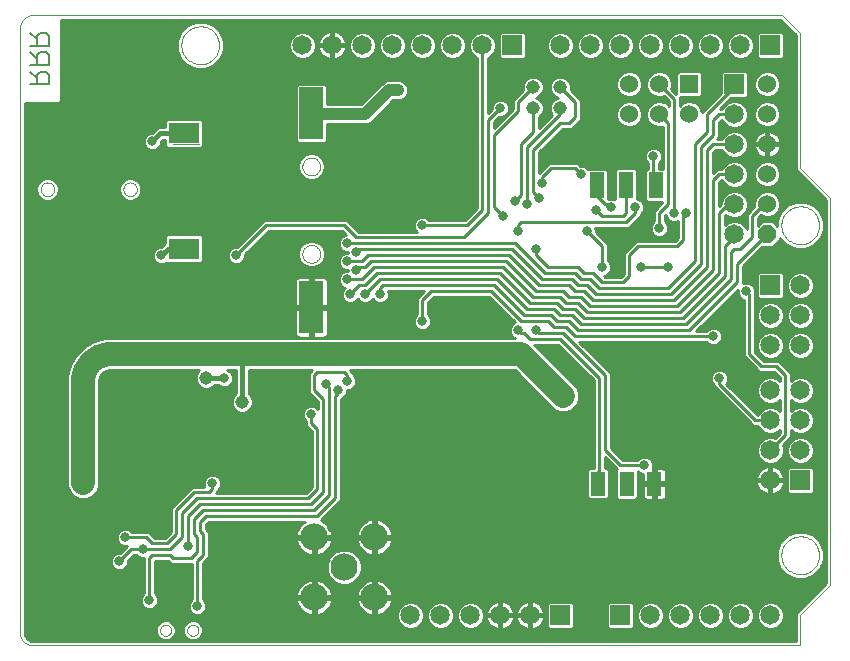
<source format=gbl>
G75*
%MOIN*%
%OFA0B0*%
%FSLAX24Y24*%
%IPPOS*%
%LPD*%
%AMOC8*
5,1,8,0,0,1.08239X$1,22.5*
%
%ADD10C,0.0060*%
%ADD11C,0.0000*%
%ADD12C,0.0450*%
%ADD13R,0.0787X0.1732*%
%ADD14OC8,0.0600*%
%ADD15C,0.0600*%
%ADD16R,0.0650X0.0650*%
%ADD17C,0.0650*%
%ADD18R,0.0600X0.0600*%
%ADD19R,0.0472X0.0866*%
%ADD20R,0.0472X0.0787*%
%ADD21R,0.1024X0.0709*%
%ADD22C,0.0906*%
%ADD23C,0.0318*%
%ADD24C,0.0100*%
%ADD25C,0.0800*%
%ADD26C,0.0160*%
%ADD27C,0.0400*%
D10*
X000931Y021536D02*
X001571Y021536D01*
X001571Y021857D01*
X001465Y021963D01*
X001251Y021963D01*
X001144Y021857D01*
X001144Y021536D01*
X001144Y021750D02*
X000931Y021963D01*
X000931Y022181D02*
X001571Y022181D01*
X001571Y022501D01*
X001465Y022608D01*
X001251Y022608D01*
X001144Y022501D01*
X001144Y022181D01*
X001144Y022394D02*
X000931Y022608D01*
X000931Y022825D02*
X001571Y022825D01*
X001571Y023146D01*
X001465Y023252D01*
X001251Y023252D01*
X001144Y023146D01*
X001144Y022825D01*
X001144Y023039D02*
X000931Y023252D01*
D11*
X001001Y002840D02*
X026601Y002840D01*
X026601Y003840D01*
X027601Y004840D01*
X027601Y017740D01*
X026601Y018740D01*
X026601Y023240D01*
X026001Y023840D01*
X001001Y023840D01*
X000962Y023838D01*
X000923Y023832D01*
X000885Y023823D01*
X000848Y023810D01*
X000812Y023793D01*
X000779Y023773D01*
X000747Y023749D01*
X000718Y023723D01*
X000692Y023694D01*
X000668Y023662D01*
X000648Y023629D01*
X000631Y023593D01*
X000618Y023556D01*
X000609Y023518D01*
X000603Y023479D01*
X000601Y023440D01*
X000601Y003240D01*
X000603Y003201D01*
X000609Y003162D01*
X000618Y003124D01*
X000631Y003087D01*
X000648Y003051D01*
X000668Y003018D01*
X000692Y002986D01*
X000718Y002957D01*
X000747Y002931D01*
X000779Y002907D01*
X000812Y002887D01*
X000848Y002870D01*
X000885Y002857D01*
X000923Y002848D01*
X000962Y002842D01*
X001001Y002840D01*
X005261Y003340D02*
X005263Y003367D01*
X005269Y003393D01*
X005278Y003418D01*
X005291Y003441D01*
X005307Y003462D01*
X005326Y003481D01*
X005347Y003497D01*
X005370Y003510D01*
X005395Y003519D01*
X005421Y003525D01*
X005448Y003527D01*
X005475Y003525D01*
X005501Y003519D01*
X005526Y003510D01*
X005549Y003497D01*
X005570Y003481D01*
X005589Y003462D01*
X005605Y003441D01*
X005618Y003418D01*
X005627Y003393D01*
X005633Y003367D01*
X005635Y003340D01*
X005633Y003313D01*
X005627Y003287D01*
X005618Y003262D01*
X005605Y003239D01*
X005589Y003218D01*
X005570Y003199D01*
X005549Y003183D01*
X005526Y003170D01*
X005501Y003161D01*
X005475Y003155D01*
X005448Y003153D01*
X005421Y003155D01*
X005395Y003161D01*
X005370Y003170D01*
X005347Y003183D01*
X005326Y003199D01*
X005307Y003218D01*
X005291Y003239D01*
X005278Y003262D01*
X005269Y003287D01*
X005263Y003313D01*
X005261Y003340D01*
X006167Y003340D02*
X006169Y003367D01*
X006175Y003393D01*
X006184Y003418D01*
X006197Y003441D01*
X006213Y003462D01*
X006232Y003481D01*
X006253Y003497D01*
X006276Y003510D01*
X006301Y003519D01*
X006327Y003525D01*
X006354Y003527D01*
X006381Y003525D01*
X006407Y003519D01*
X006432Y003510D01*
X006455Y003497D01*
X006476Y003481D01*
X006495Y003462D01*
X006511Y003441D01*
X006524Y003418D01*
X006533Y003393D01*
X006539Y003367D01*
X006541Y003340D01*
X006539Y003313D01*
X006533Y003287D01*
X006524Y003262D01*
X006511Y003239D01*
X006495Y003218D01*
X006476Y003199D01*
X006455Y003183D01*
X006432Y003170D01*
X006407Y003161D01*
X006381Y003155D01*
X006354Y003153D01*
X006327Y003155D01*
X006301Y003161D01*
X006276Y003170D01*
X006253Y003183D01*
X006232Y003199D01*
X006213Y003218D01*
X006197Y003239D01*
X006184Y003262D01*
X006175Y003287D01*
X006169Y003313D01*
X006167Y003340D01*
X010006Y015883D02*
X010008Y015917D01*
X010014Y015951D01*
X010024Y015984D01*
X010037Y016015D01*
X010055Y016045D01*
X010075Y016073D01*
X010099Y016098D01*
X010125Y016120D01*
X010153Y016138D01*
X010184Y016154D01*
X010216Y016166D01*
X010250Y016174D01*
X010284Y016178D01*
X010318Y016178D01*
X010352Y016174D01*
X010386Y016166D01*
X010418Y016154D01*
X010448Y016138D01*
X010477Y016120D01*
X010503Y016098D01*
X010527Y016073D01*
X010547Y016045D01*
X010565Y016015D01*
X010578Y015984D01*
X010588Y015951D01*
X010594Y015917D01*
X010596Y015883D01*
X010594Y015849D01*
X010588Y015815D01*
X010578Y015782D01*
X010565Y015751D01*
X010547Y015721D01*
X010527Y015693D01*
X010503Y015668D01*
X010477Y015646D01*
X010449Y015628D01*
X010418Y015612D01*
X010386Y015600D01*
X010352Y015592D01*
X010318Y015588D01*
X010284Y015588D01*
X010250Y015592D01*
X010216Y015600D01*
X010184Y015612D01*
X010153Y015628D01*
X010125Y015646D01*
X010099Y015668D01*
X010075Y015693D01*
X010055Y015721D01*
X010037Y015751D01*
X010024Y015782D01*
X010014Y015815D01*
X010008Y015849D01*
X010006Y015883D01*
X010006Y018797D02*
X010008Y018831D01*
X010014Y018865D01*
X010024Y018898D01*
X010037Y018929D01*
X010055Y018959D01*
X010075Y018987D01*
X010099Y019012D01*
X010125Y019034D01*
X010153Y019052D01*
X010184Y019068D01*
X010216Y019080D01*
X010250Y019088D01*
X010284Y019092D01*
X010318Y019092D01*
X010352Y019088D01*
X010386Y019080D01*
X010418Y019068D01*
X010448Y019052D01*
X010477Y019034D01*
X010503Y019012D01*
X010527Y018987D01*
X010547Y018959D01*
X010565Y018929D01*
X010578Y018898D01*
X010588Y018865D01*
X010594Y018831D01*
X010596Y018797D01*
X010594Y018763D01*
X010588Y018729D01*
X010578Y018696D01*
X010565Y018665D01*
X010547Y018635D01*
X010527Y018607D01*
X010503Y018582D01*
X010477Y018560D01*
X010449Y018542D01*
X010418Y018526D01*
X010386Y018514D01*
X010352Y018506D01*
X010318Y018502D01*
X010284Y018502D01*
X010250Y018506D01*
X010216Y018514D01*
X010184Y018526D01*
X010153Y018542D01*
X010125Y018560D01*
X010099Y018582D01*
X010075Y018607D01*
X010055Y018635D01*
X010037Y018665D01*
X010024Y018696D01*
X010014Y018729D01*
X010008Y018763D01*
X010006Y018797D01*
X006575Y019554D02*
X005709Y019554D01*
X004036Y018040D02*
X004038Y018069D01*
X004044Y018098D01*
X004053Y018126D01*
X004066Y018153D01*
X004083Y018178D01*
X004102Y018200D01*
X004124Y018219D01*
X004149Y018236D01*
X004176Y018249D01*
X004204Y018258D01*
X004233Y018264D01*
X004262Y018266D01*
X004291Y018264D01*
X004320Y018258D01*
X004348Y018249D01*
X004375Y018236D01*
X004400Y018219D01*
X004422Y018200D01*
X004441Y018178D01*
X004458Y018153D01*
X004471Y018126D01*
X004480Y018098D01*
X004486Y018069D01*
X004488Y018040D01*
X004486Y018011D01*
X004480Y017982D01*
X004471Y017954D01*
X004458Y017927D01*
X004441Y017902D01*
X004422Y017880D01*
X004400Y017861D01*
X004375Y017844D01*
X004348Y017831D01*
X004320Y017822D01*
X004291Y017816D01*
X004262Y017814D01*
X004233Y017816D01*
X004204Y017822D01*
X004176Y017831D01*
X004149Y017844D01*
X004124Y017861D01*
X004102Y017880D01*
X004083Y017902D01*
X004066Y017927D01*
X004053Y017954D01*
X004044Y017982D01*
X004038Y018011D01*
X004036Y018040D01*
X001280Y018040D02*
X001282Y018069D01*
X001288Y018098D01*
X001297Y018126D01*
X001310Y018153D01*
X001327Y018178D01*
X001346Y018200D01*
X001368Y018219D01*
X001393Y018236D01*
X001420Y018249D01*
X001448Y018258D01*
X001477Y018264D01*
X001506Y018266D01*
X001535Y018264D01*
X001564Y018258D01*
X001592Y018249D01*
X001619Y018236D01*
X001644Y018219D01*
X001666Y018200D01*
X001685Y018178D01*
X001702Y018153D01*
X001715Y018126D01*
X001724Y018098D01*
X001730Y018069D01*
X001732Y018040D01*
X001730Y018011D01*
X001724Y017982D01*
X001715Y017954D01*
X001702Y017927D01*
X001685Y017902D01*
X001666Y017880D01*
X001644Y017861D01*
X001619Y017844D01*
X001592Y017831D01*
X001564Y017822D01*
X001535Y017816D01*
X001506Y017814D01*
X001477Y017816D01*
X001448Y017822D01*
X001420Y017831D01*
X001393Y017844D01*
X001368Y017861D01*
X001346Y017880D01*
X001327Y017902D01*
X001310Y017927D01*
X001297Y017954D01*
X001288Y017982D01*
X001282Y018011D01*
X001280Y018040D01*
X005971Y022840D02*
X005973Y022890D01*
X005979Y022940D01*
X005989Y022989D01*
X006003Y023037D01*
X006020Y023084D01*
X006041Y023129D01*
X006066Y023173D01*
X006094Y023214D01*
X006126Y023253D01*
X006160Y023290D01*
X006197Y023324D01*
X006237Y023354D01*
X006279Y023381D01*
X006323Y023405D01*
X006369Y023426D01*
X006416Y023442D01*
X006464Y023455D01*
X006514Y023464D01*
X006563Y023469D01*
X006614Y023470D01*
X006664Y023467D01*
X006713Y023460D01*
X006762Y023449D01*
X006810Y023434D01*
X006856Y023416D01*
X006901Y023394D01*
X006944Y023368D01*
X006985Y023339D01*
X007024Y023307D01*
X007060Y023272D01*
X007092Y023234D01*
X007122Y023194D01*
X007149Y023151D01*
X007172Y023107D01*
X007191Y023061D01*
X007207Y023013D01*
X007219Y022964D01*
X007227Y022915D01*
X007231Y022865D01*
X007231Y022815D01*
X007227Y022765D01*
X007219Y022716D01*
X007207Y022667D01*
X007191Y022619D01*
X007172Y022573D01*
X007149Y022529D01*
X007122Y022486D01*
X007092Y022446D01*
X007060Y022408D01*
X007024Y022373D01*
X006985Y022341D01*
X006944Y022312D01*
X006901Y022286D01*
X006856Y022264D01*
X006810Y022246D01*
X006762Y022231D01*
X006713Y022220D01*
X006664Y022213D01*
X006614Y022210D01*
X006563Y022211D01*
X006514Y022216D01*
X006464Y022225D01*
X006416Y022238D01*
X006369Y022254D01*
X006323Y022275D01*
X006279Y022299D01*
X006237Y022326D01*
X006197Y022356D01*
X006160Y022390D01*
X006126Y022427D01*
X006094Y022466D01*
X006066Y022507D01*
X006041Y022551D01*
X006020Y022596D01*
X006003Y022643D01*
X005989Y022691D01*
X005979Y022740D01*
X005973Y022790D01*
X005971Y022840D01*
X025971Y016840D02*
X025973Y016890D01*
X025979Y016940D01*
X025989Y016989D01*
X026003Y017037D01*
X026020Y017084D01*
X026041Y017129D01*
X026066Y017173D01*
X026094Y017214D01*
X026126Y017253D01*
X026160Y017290D01*
X026197Y017324D01*
X026237Y017354D01*
X026279Y017381D01*
X026323Y017405D01*
X026369Y017426D01*
X026416Y017442D01*
X026464Y017455D01*
X026514Y017464D01*
X026563Y017469D01*
X026614Y017470D01*
X026664Y017467D01*
X026713Y017460D01*
X026762Y017449D01*
X026810Y017434D01*
X026856Y017416D01*
X026901Y017394D01*
X026944Y017368D01*
X026985Y017339D01*
X027024Y017307D01*
X027060Y017272D01*
X027092Y017234D01*
X027122Y017194D01*
X027149Y017151D01*
X027172Y017107D01*
X027191Y017061D01*
X027207Y017013D01*
X027219Y016964D01*
X027227Y016915D01*
X027231Y016865D01*
X027231Y016815D01*
X027227Y016765D01*
X027219Y016716D01*
X027207Y016667D01*
X027191Y016619D01*
X027172Y016573D01*
X027149Y016529D01*
X027122Y016486D01*
X027092Y016446D01*
X027060Y016408D01*
X027024Y016373D01*
X026985Y016341D01*
X026944Y016312D01*
X026901Y016286D01*
X026856Y016264D01*
X026810Y016246D01*
X026762Y016231D01*
X026713Y016220D01*
X026664Y016213D01*
X026614Y016210D01*
X026563Y016211D01*
X026514Y016216D01*
X026464Y016225D01*
X026416Y016238D01*
X026369Y016254D01*
X026323Y016275D01*
X026279Y016299D01*
X026237Y016326D01*
X026197Y016356D01*
X026160Y016390D01*
X026126Y016427D01*
X026094Y016466D01*
X026066Y016507D01*
X026041Y016551D01*
X026020Y016596D01*
X026003Y016643D01*
X025989Y016691D01*
X025979Y016740D01*
X025973Y016790D01*
X025971Y016840D01*
X025971Y005840D02*
X025973Y005890D01*
X025979Y005940D01*
X025989Y005989D01*
X026003Y006037D01*
X026020Y006084D01*
X026041Y006129D01*
X026066Y006173D01*
X026094Y006214D01*
X026126Y006253D01*
X026160Y006290D01*
X026197Y006324D01*
X026237Y006354D01*
X026279Y006381D01*
X026323Y006405D01*
X026369Y006426D01*
X026416Y006442D01*
X026464Y006455D01*
X026514Y006464D01*
X026563Y006469D01*
X026614Y006470D01*
X026664Y006467D01*
X026713Y006460D01*
X026762Y006449D01*
X026810Y006434D01*
X026856Y006416D01*
X026901Y006394D01*
X026944Y006368D01*
X026985Y006339D01*
X027024Y006307D01*
X027060Y006272D01*
X027092Y006234D01*
X027122Y006194D01*
X027149Y006151D01*
X027172Y006107D01*
X027191Y006061D01*
X027207Y006013D01*
X027219Y005964D01*
X027227Y005915D01*
X027231Y005865D01*
X027231Y005815D01*
X027227Y005765D01*
X027219Y005716D01*
X027207Y005667D01*
X027191Y005619D01*
X027172Y005573D01*
X027149Y005529D01*
X027122Y005486D01*
X027092Y005446D01*
X027060Y005408D01*
X027024Y005373D01*
X026985Y005341D01*
X026944Y005312D01*
X026901Y005286D01*
X026856Y005264D01*
X026810Y005246D01*
X026762Y005231D01*
X026713Y005220D01*
X026664Y005213D01*
X026614Y005210D01*
X026563Y005211D01*
X026514Y005216D01*
X026464Y005225D01*
X026416Y005238D01*
X026369Y005254D01*
X026323Y005275D01*
X026279Y005299D01*
X026237Y005326D01*
X026197Y005356D01*
X026160Y005390D01*
X026126Y005427D01*
X026094Y005466D01*
X026066Y005507D01*
X026041Y005551D01*
X026020Y005596D01*
X026003Y005643D01*
X025989Y005691D01*
X025979Y005740D01*
X025973Y005790D01*
X025971Y005840D01*
D12*
X018601Y020740D03*
X018601Y021440D03*
X017701Y021440D03*
X017701Y020740D03*
X006801Y011740D03*
X008001Y010940D03*
D13*
X010301Y014112D03*
X010301Y020568D03*
D14*
X025501Y016540D03*
D15*
X025501Y017540D03*
X025501Y018540D03*
X025501Y019540D03*
X025501Y020540D03*
X025501Y021540D03*
X022901Y020540D03*
X021901Y020540D03*
X021901Y021540D03*
X020901Y021540D03*
X020901Y020540D03*
D16*
X024401Y021540D03*
X025601Y022840D03*
X017001Y022840D03*
X025601Y014840D03*
X026601Y008340D03*
X020601Y003840D03*
X018601Y003840D03*
D17*
X017601Y003840D03*
X016601Y003840D03*
X015601Y003840D03*
X014601Y003840D03*
X013601Y003840D03*
X021601Y003840D03*
X022601Y003840D03*
X023601Y003840D03*
X024601Y003840D03*
X025601Y003840D03*
X025601Y008340D03*
X025601Y009340D03*
X026601Y009340D03*
X026601Y010340D03*
X026601Y011340D03*
X025601Y011340D03*
X025601Y010340D03*
X025601Y012840D03*
X026601Y012840D03*
X026601Y013840D03*
X026601Y014840D03*
X025601Y013840D03*
X024401Y016540D03*
X024401Y017540D03*
X024401Y018540D03*
X024401Y019540D03*
X024401Y020540D03*
X024601Y022840D03*
X023601Y022840D03*
X022601Y022840D03*
X021601Y022840D03*
X020601Y022840D03*
X019601Y022840D03*
X018601Y022840D03*
X016001Y022840D03*
X015001Y022840D03*
X014001Y022840D03*
X013001Y022840D03*
X012001Y022840D03*
X011001Y022840D03*
X010001Y022840D03*
D18*
X022901Y021540D03*
D19*
X021807Y018166D03*
X020784Y018182D03*
X019819Y018166D03*
D20*
X019851Y008225D03*
X020811Y008217D03*
X021740Y008217D03*
D21*
X006063Y016050D03*
X006063Y019908D03*
D22*
X010397Y006444D03*
X011401Y005440D03*
X012405Y006444D03*
X012405Y004436D03*
X010397Y004436D03*
D23*
X010501Y003740D03*
X011001Y003740D03*
X011501Y003740D03*
X012001Y003740D03*
X012501Y003740D03*
X012501Y003240D03*
X012001Y003240D03*
X011501Y003240D03*
X011001Y003240D03*
X010501Y003240D03*
X010001Y003240D03*
X009501Y003240D03*
X009501Y003740D03*
X010001Y003740D03*
X009501Y004240D03*
X009501Y004740D03*
X009501Y005240D03*
X010001Y005240D03*
X010001Y005740D03*
X009501Y005740D03*
X011001Y006740D03*
X011011Y007220D03*
X011501Y007240D03*
X012001Y007240D03*
X012501Y007240D03*
X013001Y007240D03*
X013001Y007740D03*
X013001Y008240D03*
X012501Y008240D03*
X012501Y007740D03*
X012001Y007740D03*
X011501Y007740D03*
X013301Y008740D03*
X013301Y009240D03*
X013301Y009740D03*
X011201Y011340D03*
X011501Y011640D03*
X010801Y011540D03*
X009801Y011540D03*
X008701Y011540D03*
X008701Y010440D03*
X009601Y010440D03*
X010301Y010540D03*
X007301Y010440D03*
X007401Y011740D03*
X005001Y014340D03*
X004001Y014340D03*
X003001Y014340D03*
X002101Y014340D03*
X001101Y014340D03*
X001101Y013440D03*
X001101Y012640D03*
X001101Y011840D03*
X001101Y011140D03*
X001101Y010440D03*
X001101Y009640D03*
X001101Y008840D03*
X001101Y008140D03*
X001101Y007440D03*
X001101Y006740D03*
X001601Y006740D03*
X001601Y006140D03*
X001101Y006140D03*
X001101Y005440D03*
X001101Y004640D03*
X001101Y003840D03*
X003901Y005640D03*
X003601Y006140D03*
X004101Y006440D03*
X003601Y006740D03*
X004701Y006040D03*
X006201Y006140D03*
X006501Y004140D03*
X004901Y004340D03*
X007001Y008240D03*
X002701Y008240D03*
X005301Y015840D03*
X007801Y015840D03*
X010101Y017240D03*
X010101Y017740D03*
X011501Y016240D03*
X011801Y015940D03*
X011501Y015640D03*
X011801Y015340D03*
X011501Y015040D03*
X011601Y014540D03*
X012101Y014540D03*
X012601Y014540D03*
X014001Y013640D03*
X017201Y013340D03*
X017801Y013340D03*
X020001Y015440D03*
X021301Y015440D03*
X022201Y015440D03*
X021901Y016740D03*
X022401Y017240D03*
X022801Y017240D03*
X021101Y017440D03*
X020301Y017440D03*
X019801Y017340D03*
X019501Y016640D03*
X017901Y017740D03*
X017501Y017540D03*
X017101Y017640D03*
X016701Y017140D03*
X017201Y016640D03*
X017801Y016040D03*
X018001Y018240D03*
X019301Y018540D03*
X021701Y019140D03*
X016901Y021340D03*
X016401Y021340D03*
X016601Y020740D03*
X015201Y021340D03*
X013201Y021340D03*
X009201Y021440D03*
X007401Y021440D03*
X006601Y021440D03*
X006601Y020940D03*
X005001Y019640D03*
X012401Y017440D03*
X013301Y017440D03*
X014001Y016840D03*
X020501Y011840D03*
X021101Y011840D03*
X021901Y011840D03*
X022301Y011840D03*
X022801Y011840D03*
X023901Y011740D03*
X023701Y013140D03*
X024801Y014640D03*
X018901Y011140D03*
X018001Y009740D03*
X018001Y009240D03*
X018001Y008740D03*
X017501Y008740D03*
X017501Y009240D03*
X017501Y009740D03*
X017001Y009740D03*
X017001Y009240D03*
X017001Y008740D03*
X017001Y008240D03*
X017501Y008240D03*
X018001Y008240D03*
X018001Y007740D03*
X018001Y007240D03*
X018001Y006740D03*
X018001Y006240D03*
X018001Y005740D03*
X018001Y005240D03*
X017501Y005240D03*
X017501Y005740D03*
X017501Y006240D03*
X017501Y006740D03*
X017501Y007240D03*
X017501Y007740D03*
X017001Y007740D03*
X017001Y007240D03*
X017001Y006740D03*
X017001Y006240D03*
X017001Y005740D03*
X016501Y005740D03*
X016501Y005240D03*
X017001Y005240D03*
X016001Y005240D03*
X016001Y005740D03*
X015501Y005740D03*
X015501Y005240D03*
X015001Y005240D03*
X015001Y005740D03*
X014501Y005740D03*
X014001Y005740D03*
X014001Y005240D03*
X014501Y005240D03*
X014501Y004740D03*
X014001Y004740D03*
X013501Y004740D03*
X013501Y005240D03*
X015001Y004740D03*
X021401Y008840D03*
X024101Y006840D03*
X024101Y006240D03*
X024101Y005640D03*
X023501Y005640D03*
X023501Y006240D03*
X024901Y006240D03*
X024901Y005640D03*
X024901Y006840D03*
D24*
X025940Y006282D02*
X025821Y005995D01*
X025821Y005685D01*
X025940Y005398D01*
X026159Y005179D01*
X026446Y005060D01*
X026756Y005060D01*
X027043Y005179D01*
X027262Y005398D01*
X027381Y005685D01*
X027381Y005995D01*
X027262Y006282D01*
X027043Y006501D01*
X026756Y006620D01*
X026446Y006620D01*
X026159Y006501D01*
X025940Y006282D01*
X025945Y006287D02*
X012988Y006287D01*
X012993Y006303D02*
X013007Y006394D01*
X012455Y006394D01*
X012455Y006494D01*
X013007Y006494D01*
X012993Y006585D01*
X012963Y006675D01*
X012920Y006760D01*
X012865Y006837D01*
X012798Y006904D01*
X012721Y006959D01*
X012636Y007002D01*
X012546Y007032D01*
X012455Y007046D01*
X012455Y006494D01*
X012355Y006494D01*
X012355Y007046D01*
X012264Y007032D01*
X012174Y007002D01*
X012089Y006959D01*
X012012Y006904D01*
X011945Y006837D01*
X011889Y006760D01*
X011846Y006675D01*
X011817Y006585D01*
X011803Y006494D01*
X012355Y006494D01*
X012355Y006394D01*
X012455Y006394D01*
X012455Y005842D01*
X012546Y005856D01*
X012636Y005885D01*
X012721Y005928D01*
X012798Y005984D01*
X012865Y006051D01*
X012920Y006128D01*
X012963Y006213D01*
X012993Y006303D01*
X013006Y006386D02*
X026044Y006386D01*
X026142Y006484D02*
X012455Y006484D01*
X012455Y006386D02*
X012355Y006386D01*
X012355Y006394D02*
X012355Y005842D01*
X012264Y005856D01*
X012174Y005885D01*
X012089Y005928D01*
X012012Y005984D01*
X011945Y006051D01*
X011889Y006128D01*
X011846Y006213D01*
X011817Y006303D01*
X011803Y006394D01*
X012355Y006394D01*
X012355Y006484D02*
X010447Y006484D01*
X010447Y006494D02*
X010999Y006494D01*
X010985Y006585D01*
X010956Y006675D01*
X010913Y006760D01*
X010857Y006837D01*
X010790Y006904D01*
X010713Y006959D01*
X010628Y007002D01*
X010621Y007005D01*
X010681Y007065D01*
X011281Y007665D01*
X011281Y011060D01*
X011365Y011095D01*
X011446Y011176D01*
X011490Y011282D01*
X011490Y011351D01*
X011558Y011351D01*
X011665Y011395D01*
X011746Y011476D01*
X011790Y011582D01*
X011790Y011697D01*
X011746Y011804D01*
X011681Y011869D01*
X011681Y011915D01*
X011585Y012010D01*
X017081Y012010D01*
X018401Y010691D01*
X018596Y010610D01*
X018806Y010610D01*
X019001Y010691D01*
X019150Y010840D01*
X019231Y011035D01*
X019231Y011245D01*
X019150Y011440D01*
X017750Y012840D01*
X017730Y012860D01*
X018526Y012860D01*
X019721Y011665D01*
X019721Y008749D01*
X019560Y008749D01*
X019484Y008673D01*
X019484Y007777D01*
X019560Y007701D01*
X020141Y007701D01*
X020217Y007777D01*
X020217Y008673D01*
X020141Y008749D01*
X020081Y008749D01*
X020081Y009105D01*
X020483Y008703D01*
X020445Y008665D01*
X020445Y007770D01*
X020521Y007693D01*
X021101Y007693D01*
X021177Y007770D01*
X021177Y008655D01*
X021237Y008595D01*
X021343Y008551D01*
X021354Y008551D01*
X021354Y008267D01*
X021690Y008267D01*
X021690Y008167D01*
X021354Y008167D01*
X021354Y007804D01*
X021364Y007766D01*
X021384Y007731D01*
X021412Y007703D01*
X021446Y007684D01*
X021484Y007673D01*
X021690Y007673D01*
X021690Y008167D01*
X021790Y008167D01*
X021790Y007673D01*
X021996Y007673D01*
X022034Y007684D01*
X022069Y007703D01*
X022097Y007731D01*
X022116Y007766D01*
X022127Y007804D01*
X022127Y008167D01*
X021790Y008167D01*
X021790Y008267D01*
X021690Y008267D01*
X021690Y008761D01*
X021681Y008761D01*
X021690Y008782D01*
X021690Y008897D01*
X021646Y009004D01*
X021565Y009085D01*
X021458Y009129D01*
X021343Y009129D01*
X021237Y009085D01*
X021172Y009020D01*
X020676Y009020D01*
X020281Y009415D01*
X020281Y011915D01*
X019235Y012960D01*
X023472Y012960D01*
X023537Y012895D01*
X023643Y012851D01*
X023758Y012851D01*
X023865Y012895D01*
X023946Y012976D01*
X023990Y013082D01*
X023990Y013197D01*
X023946Y013304D01*
X023865Y013385D01*
X023758Y013429D01*
X023643Y013429D01*
X023537Y013385D01*
X023472Y013320D01*
X023135Y013320D01*
X024512Y014696D01*
X024512Y014582D01*
X024556Y014476D01*
X024637Y014395D01*
X024721Y014360D01*
X024721Y012465D01*
X025121Y012065D01*
X025226Y011960D01*
X025726Y011960D01*
X025921Y011765D01*
X025921Y011663D01*
X025859Y011726D01*
X025691Y011795D01*
X025510Y011795D01*
X025343Y011726D01*
X025215Y011598D01*
X025146Y011430D01*
X025146Y011249D01*
X025215Y011082D01*
X025343Y010954D01*
X025510Y010885D01*
X025691Y010885D01*
X025859Y010954D01*
X025921Y011016D01*
X025921Y010663D01*
X025859Y010726D01*
X025691Y010795D01*
X025510Y010795D01*
X025343Y010726D01*
X025215Y010598D01*
X025183Y010520D01*
X025176Y010520D01*
X024133Y011563D01*
X024146Y011576D01*
X024190Y011682D01*
X024190Y011797D01*
X024146Y011904D01*
X024065Y011985D01*
X023958Y012029D01*
X023843Y012029D01*
X023737Y011985D01*
X023656Y011904D01*
X023612Y011797D01*
X023612Y011682D01*
X023656Y011576D01*
X023721Y011511D01*
X023721Y011465D01*
X024921Y010265D01*
X025026Y010160D01*
X025183Y010160D01*
X025215Y010082D01*
X025343Y009954D01*
X025510Y009885D01*
X025691Y009885D01*
X025859Y009954D01*
X025921Y010016D01*
X025921Y009915D01*
X025769Y009763D01*
X025691Y009795D01*
X025510Y009795D01*
X025343Y009726D01*
X025215Y009598D01*
X025146Y009430D01*
X025146Y009249D01*
X025215Y009082D01*
X025343Y008954D01*
X025510Y008885D01*
X025691Y008885D01*
X025859Y008954D01*
X025987Y009082D01*
X026056Y009249D01*
X026056Y009430D01*
X026024Y009508D01*
X026281Y009765D01*
X026281Y010016D01*
X026343Y009954D01*
X026510Y009885D01*
X026691Y009885D01*
X026859Y009954D01*
X026987Y010082D01*
X027056Y010249D01*
X027056Y010430D01*
X026987Y010598D01*
X026859Y010726D01*
X026691Y010795D01*
X026510Y010795D01*
X026343Y010726D01*
X026281Y010663D01*
X026281Y011016D01*
X026343Y010954D01*
X026510Y010885D01*
X026691Y010885D01*
X026859Y010954D01*
X026987Y011082D01*
X027056Y011249D01*
X027056Y011430D01*
X026987Y011598D01*
X026859Y011726D01*
X026691Y011795D01*
X026510Y011795D01*
X026343Y011726D01*
X026281Y011663D01*
X026281Y011915D01*
X026176Y012020D01*
X025876Y012320D01*
X025376Y012320D01*
X025081Y012615D01*
X025081Y014561D01*
X025090Y014582D01*
X025090Y014697D01*
X025046Y014804D01*
X024965Y014885D01*
X024858Y014929D01*
X024743Y014929D01*
X024681Y014903D01*
X024681Y015465D01*
X025325Y016110D01*
X025679Y016110D01*
X025931Y016362D01*
X025931Y016419D01*
X025940Y016398D01*
X026159Y016179D01*
X026446Y016060D01*
X026756Y016060D01*
X027043Y016179D01*
X027262Y016398D01*
X027381Y016685D01*
X027381Y016995D01*
X027262Y017282D01*
X027043Y017501D01*
X026756Y017620D01*
X026446Y017620D01*
X026159Y017501D01*
X025940Y017282D01*
X025821Y016995D01*
X025821Y016828D01*
X025679Y016970D01*
X025323Y016970D01*
X025181Y016828D01*
X025181Y017065D01*
X025281Y017166D01*
X025415Y017110D01*
X025586Y017110D01*
X025745Y017175D01*
X025865Y017296D01*
X025931Y017454D01*
X025931Y017625D01*
X025865Y017784D01*
X025745Y017904D01*
X025586Y017970D01*
X025415Y017970D01*
X025257Y017904D01*
X025136Y017784D01*
X025071Y017625D01*
X025071Y017465D01*
X024926Y017320D01*
X024821Y017215D01*
X024821Y016715D01*
X024787Y016798D01*
X024659Y016926D01*
X024491Y016995D01*
X024310Y016995D01*
X024143Y016926D01*
X024081Y016863D01*
X024081Y017165D01*
X024106Y017191D01*
X024143Y017154D01*
X024310Y017085D01*
X024491Y017085D01*
X024659Y017154D01*
X024787Y017282D01*
X024856Y017449D01*
X024856Y017630D01*
X024787Y017798D01*
X024659Y017926D01*
X024491Y017995D01*
X024310Y017995D01*
X024143Y017926D01*
X024015Y017798D01*
X023946Y017630D01*
X023946Y017540D01*
X023881Y017475D01*
X023881Y018265D01*
X023976Y018360D01*
X023983Y018360D01*
X024015Y018282D01*
X024143Y018154D01*
X024310Y018085D01*
X024491Y018085D01*
X024659Y018154D01*
X024787Y018282D01*
X024856Y018449D01*
X024856Y018630D01*
X024787Y018798D01*
X024659Y018926D01*
X024491Y018995D01*
X024310Y018995D01*
X024143Y018926D01*
X024015Y018798D01*
X023983Y018720D01*
X023826Y018720D01*
X023681Y018575D01*
X023681Y019265D01*
X023776Y019360D01*
X023983Y019360D01*
X024015Y019282D01*
X024143Y019154D01*
X024310Y019085D01*
X024491Y019085D01*
X024659Y019154D01*
X024787Y019282D01*
X024856Y019449D01*
X024856Y019630D01*
X024787Y019798D01*
X024659Y019926D01*
X024491Y019995D01*
X024310Y019995D01*
X024143Y019926D01*
X024015Y019798D01*
X023983Y019720D01*
X023835Y019720D01*
X023881Y019765D01*
X023881Y020265D01*
X023976Y020360D01*
X023983Y020360D01*
X024015Y020282D01*
X024143Y020154D01*
X024310Y020085D01*
X024491Y020085D01*
X024659Y020154D01*
X024787Y020282D01*
X024856Y020449D01*
X024856Y020630D01*
X024787Y020798D01*
X024659Y020926D01*
X024491Y020995D01*
X024310Y020995D01*
X024143Y020926D01*
X024015Y020798D01*
X023983Y020720D01*
X023935Y020720D01*
X024301Y021085D01*
X024780Y021085D01*
X024856Y021161D01*
X024856Y021919D01*
X024780Y021995D01*
X024022Y021995D01*
X023946Y021919D01*
X023946Y021240D01*
X023426Y020720D01*
X023331Y020625D01*
X023331Y020625D01*
X023265Y020784D01*
X023145Y020904D01*
X022986Y020970D01*
X022815Y020970D01*
X022657Y020904D01*
X022581Y020828D01*
X022581Y021110D01*
X023255Y021110D01*
X023331Y021186D01*
X023331Y021894D01*
X023255Y021970D01*
X022547Y021970D01*
X022471Y021894D01*
X022471Y021225D01*
X022305Y021391D01*
X022331Y021454D01*
X022331Y021625D01*
X022265Y021784D01*
X022145Y021904D01*
X021986Y021970D01*
X021815Y021970D01*
X021657Y021904D01*
X021536Y021784D01*
X021471Y021625D01*
X021471Y021454D01*
X021536Y021296D01*
X021657Y021175D01*
X021815Y021110D01*
X021986Y021110D01*
X022050Y021136D01*
X022221Y020965D01*
X022221Y020828D01*
X022145Y020904D01*
X021986Y020970D01*
X021815Y020970D01*
X021657Y020904D01*
X021536Y020784D01*
X021471Y020625D01*
X021471Y020454D01*
X021536Y020296D01*
X021657Y020175D01*
X021815Y020110D01*
X021986Y020110D01*
X022021Y020124D01*
X022021Y018729D01*
X021881Y018729D01*
X021881Y018911D01*
X021946Y018976D01*
X021990Y019082D01*
X021990Y019197D01*
X021946Y019304D01*
X021865Y019385D01*
X021758Y019429D01*
X021643Y019429D01*
X021537Y019385D01*
X021456Y019304D01*
X021412Y019197D01*
X021412Y019082D01*
X021456Y018976D01*
X021521Y018911D01*
X021521Y018729D01*
X021517Y018729D01*
X021441Y018653D01*
X021441Y017679D01*
X021517Y017603D01*
X022009Y017603D01*
X021826Y017420D01*
X021721Y017315D01*
X021721Y016969D01*
X021656Y016904D01*
X021612Y016797D01*
X021612Y016682D01*
X021656Y016576D01*
X021737Y016495D01*
X021843Y016451D01*
X021958Y016451D01*
X022065Y016495D01*
X022146Y016576D01*
X022190Y016682D01*
X022190Y016797D01*
X022146Y016904D01*
X022081Y016969D01*
X022081Y017165D01*
X022112Y017196D01*
X022112Y017182D01*
X022156Y017076D01*
X022237Y016995D01*
X022343Y016951D01*
X022458Y016951D01*
X022521Y016977D01*
X022521Y016415D01*
X022426Y016320D01*
X021126Y016320D01*
X021021Y016215D01*
X020826Y016020D01*
X020721Y015915D01*
X020721Y015215D01*
X020626Y015120D01*
X020076Y015120D01*
X020045Y015151D01*
X020058Y015151D01*
X020165Y015195D01*
X020246Y015276D01*
X020290Y015382D01*
X020290Y015497D01*
X020246Y015604D01*
X020181Y015669D01*
X020181Y016215D01*
X020076Y016320D01*
X019790Y016605D01*
X019790Y016697D01*
X019764Y016760D01*
X020876Y016760D01*
X021176Y017060D01*
X021281Y017165D01*
X021281Y017211D01*
X021346Y017276D01*
X021390Y017382D01*
X021390Y017497D01*
X021346Y017604D01*
X021265Y017685D01*
X021158Y017729D01*
X021150Y017729D01*
X021150Y018669D01*
X021074Y018745D01*
X020494Y018745D01*
X020417Y018669D01*
X020417Y017705D01*
X020358Y017729D01*
X020243Y017729D01*
X020222Y017720D01*
X020185Y017720D01*
X020185Y018653D01*
X020109Y018729D01*
X019529Y018729D01*
X019525Y018725D01*
X019465Y018785D01*
X019358Y018829D01*
X019266Y018829D01*
X019176Y018920D01*
X018226Y018920D01*
X017926Y018620D01*
X017881Y018575D01*
X017881Y019265D01*
X018676Y020060D01*
X018976Y020060D01*
X019176Y020260D01*
X019281Y020365D01*
X019281Y021015D01*
X018947Y021348D01*
X018956Y021369D01*
X018956Y021511D01*
X018902Y021641D01*
X018802Y021741D01*
X018672Y021795D01*
X018530Y021795D01*
X018400Y021741D01*
X018300Y021641D01*
X018246Y021511D01*
X018246Y021369D01*
X018300Y021239D01*
X018400Y021139D01*
X018518Y021090D01*
X018400Y021041D01*
X018300Y020941D01*
X018246Y020811D01*
X018246Y020669D01*
X018300Y020539D01*
X018323Y020516D01*
X017881Y020075D01*
X017881Y020430D01*
X017902Y020439D01*
X018002Y020539D01*
X018056Y020669D01*
X018056Y020811D01*
X018002Y020941D01*
X017902Y021041D01*
X017784Y021090D01*
X017902Y021139D01*
X018002Y021239D01*
X018056Y021369D01*
X018056Y021511D01*
X018002Y021641D01*
X017902Y021741D01*
X017772Y021795D01*
X017630Y021795D01*
X017500Y021741D01*
X017400Y021641D01*
X017346Y021511D01*
X017346Y021369D01*
X017355Y021348D01*
X017021Y021015D01*
X017021Y020715D01*
X016381Y020075D01*
X016381Y020265D01*
X016566Y020451D01*
X016658Y020451D01*
X016765Y020495D01*
X016846Y020576D01*
X016890Y020682D01*
X016890Y020797D01*
X016846Y020904D01*
X016765Y020985D01*
X016658Y021029D01*
X016543Y021029D01*
X016437Y020985D01*
X016356Y020904D01*
X016312Y020797D01*
X016312Y020705D01*
X016181Y020575D01*
X016181Y022422D01*
X016259Y022454D01*
X016387Y022582D01*
X016456Y022749D01*
X016456Y022930D01*
X016387Y023098D01*
X016259Y023226D01*
X016091Y023295D01*
X015910Y023295D01*
X015743Y023226D01*
X015615Y023098D01*
X015546Y022930D01*
X015546Y022749D01*
X015615Y022582D01*
X015743Y022454D01*
X015821Y022422D01*
X015821Y017415D01*
X015426Y017020D01*
X014230Y017020D01*
X014165Y017085D01*
X014058Y017129D01*
X013943Y017129D01*
X013837Y017085D01*
X013756Y017004D01*
X013712Y016897D01*
X013712Y016782D01*
X013756Y016676D01*
X013812Y016620D01*
X011876Y016620D01*
X011581Y016915D01*
X011476Y017020D01*
X008726Y017020D01*
X007835Y016129D01*
X007743Y016129D01*
X007637Y016085D01*
X007556Y016004D01*
X007512Y015897D01*
X007512Y015782D01*
X007556Y015676D01*
X007637Y015595D01*
X007743Y015551D01*
X007858Y015551D01*
X007965Y015595D01*
X008046Y015676D01*
X008090Y015782D01*
X008090Y015874D01*
X008876Y016660D01*
X011326Y016660D01*
X011457Y016529D01*
X011443Y016529D01*
X011337Y016485D01*
X011256Y016404D01*
X011212Y016297D01*
X011212Y016182D01*
X011256Y016076D01*
X011337Y015995D01*
X011443Y015951D01*
X011512Y015951D01*
X011512Y015929D01*
X011443Y015929D01*
X011337Y015885D01*
X011256Y015804D01*
X011212Y015697D01*
X011212Y015582D01*
X011256Y015476D01*
X011337Y015395D01*
X011443Y015351D01*
X011512Y015351D01*
X011512Y015329D01*
X011443Y015329D01*
X011337Y015285D01*
X011256Y015204D01*
X011212Y015097D01*
X011212Y014982D01*
X011256Y014876D01*
X011337Y014795D01*
X011415Y014763D01*
X011356Y014704D01*
X011312Y014597D01*
X011312Y014482D01*
X011356Y014376D01*
X011437Y014295D01*
X011543Y014251D01*
X011658Y014251D01*
X011765Y014295D01*
X011846Y014376D01*
X011851Y014388D01*
X011856Y014376D01*
X011937Y014295D01*
X012043Y014251D01*
X012158Y014251D01*
X012265Y014295D01*
X012346Y014376D01*
X012351Y014388D01*
X012356Y014376D01*
X012437Y014295D01*
X012543Y014251D01*
X012658Y014251D01*
X012765Y014295D01*
X012846Y014376D01*
X012890Y014482D01*
X012890Y014597D01*
X012864Y014660D01*
X014066Y014660D01*
X013926Y014520D01*
X013821Y014415D01*
X013821Y013869D01*
X013756Y013804D01*
X013712Y013697D01*
X013712Y013582D01*
X013756Y013476D01*
X013837Y013395D01*
X013943Y013351D01*
X014058Y013351D01*
X014165Y013395D01*
X014246Y013476D01*
X014290Y013582D01*
X014290Y013697D01*
X014246Y013804D01*
X014181Y013869D01*
X014181Y014265D01*
X014376Y014460D01*
X016226Y014460D01*
X017083Y013604D01*
X017037Y013585D01*
X016956Y013504D01*
X016912Y013397D01*
X016912Y013282D01*
X016956Y013176D01*
X017037Y013095D01*
X017097Y013070D01*
X003413Y013070D01*
X003049Y012973D01*
X002723Y012784D01*
X002457Y012518D01*
X002268Y012192D01*
X002171Y011828D01*
X002171Y008135D01*
X002252Y007940D01*
X002401Y007791D01*
X002596Y007710D01*
X002806Y007710D01*
X003001Y007791D01*
X003150Y007940D01*
X003231Y008135D01*
X003231Y011640D01*
X003234Y011688D01*
X003259Y011782D01*
X003307Y011865D01*
X003376Y011934D01*
X003459Y011982D01*
X003553Y012007D01*
X003601Y012010D01*
X006569Y012010D01*
X006500Y011941D01*
X006446Y011811D01*
X006446Y011669D01*
X006500Y011539D01*
X006600Y011439D01*
X006730Y011385D01*
X006872Y011385D01*
X007002Y011439D01*
X007093Y011530D01*
X007202Y011530D01*
X007237Y011495D01*
X007343Y011451D01*
X007458Y011451D01*
X007565Y011495D01*
X007646Y011576D01*
X007690Y011682D01*
X007690Y011797D01*
X007646Y011904D01*
X007565Y011985D01*
X007504Y012010D01*
X007791Y012010D01*
X007791Y011232D01*
X007700Y011141D01*
X007646Y011011D01*
X007646Y010869D01*
X007700Y010739D01*
X007800Y010639D01*
X007930Y010585D01*
X008072Y010585D01*
X008202Y010639D01*
X008302Y010739D01*
X008356Y010869D01*
X008356Y011011D01*
X008302Y011141D01*
X008211Y011232D01*
X008211Y012010D01*
X010316Y012010D01*
X010221Y011915D01*
X010221Y011265D01*
X010326Y011160D01*
X010521Y010965D01*
X010521Y010729D01*
X010465Y010785D01*
X010358Y010829D01*
X010243Y010829D01*
X010137Y010785D01*
X010056Y010704D01*
X010012Y010597D01*
X010012Y010482D01*
X010056Y010376D01*
X010121Y010311D01*
X010121Y010165D01*
X010226Y010060D01*
X010321Y009965D01*
X010321Y008115D01*
X010126Y007920D01*
X007135Y007920D01*
X007181Y007965D01*
X007181Y008011D01*
X007246Y008076D01*
X007290Y008182D01*
X007290Y008297D01*
X007246Y008404D01*
X007165Y008485D01*
X007058Y008529D01*
X006943Y008529D01*
X006837Y008485D01*
X006756Y008404D01*
X006712Y008297D01*
X006712Y008182D01*
X006738Y008120D01*
X006326Y008120D01*
X006221Y008015D01*
X005621Y007415D01*
X005621Y006615D01*
X005426Y006420D01*
X005076Y006420D01*
X004876Y006620D01*
X004330Y006620D01*
X004265Y006685D01*
X004158Y006729D01*
X004043Y006729D01*
X003937Y006685D01*
X003856Y006604D01*
X003812Y006497D01*
X003812Y006382D01*
X003856Y006276D01*
X003937Y006195D01*
X004043Y006151D01*
X004157Y006151D01*
X004121Y006115D01*
X003935Y005929D01*
X003843Y005929D01*
X003737Y005885D01*
X003656Y005804D01*
X003612Y005697D01*
X003612Y005582D01*
X003656Y005476D01*
X003737Y005395D01*
X003843Y005351D01*
X003958Y005351D01*
X004065Y005395D01*
X004146Y005476D01*
X004190Y005582D01*
X004190Y005674D01*
X004376Y005860D01*
X004472Y005860D01*
X004537Y005795D01*
X004311Y005795D01*
X004212Y005696D02*
X004721Y005696D01*
X004721Y005751D02*
X004721Y004569D01*
X004656Y004504D01*
X004612Y004397D01*
X004612Y004282D01*
X004656Y004176D01*
X004737Y004095D01*
X004843Y004051D01*
X004958Y004051D01*
X005065Y004095D01*
X005146Y004176D01*
X005190Y004282D01*
X005190Y004397D01*
X005146Y004504D01*
X005081Y004569D01*
X005081Y005660D01*
X005526Y005660D01*
X005626Y005560D01*
X006321Y005560D01*
X006321Y004369D01*
X006256Y004304D01*
X006212Y004197D01*
X006212Y004082D01*
X006256Y003976D01*
X006337Y003895D01*
X006443Y003851D01*
X006558Y003851D01*
X006665Y003895D01*
X006746Y003976D01*
X006790Y004082D01*
X006790Y004197D01*
X006746Y004304D01*
X006681Y004369D01*
X006681Y005565D01*
X006881Y005765D01*
X006881Y006615D01*
X006781Y006715D01*
X006781Y006865D01*
X006876Y006960D01*
X010082Y006960D01*
X010081Y006959D01*
X010004Y006904D01*
X009937Y006837D01*
X009881Y006760D01*
X009838Y006675D01*
X009809Y006585D01*
X009795Y006494D01*
X010347Y006494D01*
X010347Y006394D01*
X009795Y006394D01*
X009809Y006303D01*
X009838Y006213D01*
X009881Y006128D01*
X009937Y006051D01*
X010004Y005984D01*
X010081Y005928D01*
X010166Y005885D01*
X010256Y005856D01*
X010347Y005842D01*
X010347Y006394D01*
X010447Y006394D01*
X010447Y006494D01*
X010447Y006394D02*
X010999Y006394D01*
X010985Y006303D01*
X010956Y006213D01*
X010913Y006128D01*
X010857Y006051D01*
X010790Y005984D01*
X010713Y005928D01*
X010628Y005885D01*
X010538Y005856D01*
X010447Y005842D01*
X010447Y006394D01*
X010447Y006386D02*
X010347Y006386D01*
X010347Y006484D02*
X006881Y006484D01*
X006881Y006386D02*
X009796Y006386D01*
X009814Y006287D02*
X006881Y006287D01*
X006881Y006189D02*
X009850Y006189D01*
X009909Y006090D02*
X006881Y006090D01*
X006881Y005992D02*
X009997Y005992D01*
X010150Y005893D02*
X006881Y005893D01*
X006881Y005795D02*
X010932Y005795D01*
X010907Y005770D02*
X010818Y005556D01*
X010818Y005324D01*
X010907Y005110D01*
X011071Y004946D01*
X011285Y004857D01*
X011517Y004857D01*
X011731Y004946D01*
X011895Y005110D01*
X011984Y005324D01*
X011984Y005556D01*
X011895Y005770D01*
X011731Y005934D01*
X011517Y006023D01*
X011285Y006023D01*
X011071Y005934D01*
X010907Y005770D01*
X010876Y005696D02*
X006812Y005696D01*
X006714Y005598D02*
X010836Y005598D01*
X010818Y005499D02*
X006681Y005499D01*
X006681Y005401D02*
X010818Y005401D01*
X010827Y005302D02*
X006681Y005302D01*
X006681Y005204D02*
X010868Y005204D01*
X010911Y005105D02*
X006681Y005105D01*
X006681Y005007D02*
X010204Y005007D01*
X010166Y004995D02*
X010081Y004952D01*
X010004Y004896D01*
X009937Y004829D01*
X009881Y004752D01*
X009838Y004667D01*
X009809Y004577D01*
X009795Y004486D01*
X010347Y004486D01*
X010347Y004386D01*
X010447Y004386D01*
X010447Y003834D01*
X010538Y003848D01*
X010628Y003877D01*
X010713Y003921D01*
X010790Y003976D01*
X010857Y004043D01*
X010913Y004120D01*
X010956Y004205D01*
X010985Y004295D01*
X010999Y004386D01*
X010447Y004386D01*
X010447Y004486D01*
X010999Y004486D01*
X010985Y004577D01*
X010956Y004667D01*
X010913Y004752D01*
X010857Y004829D01*
X010790Y004896D01*
X010713Y004952D01*
X010628Y004995D01*
X010538Y005024D01*
X010447Y005038D01*
X010447Y004486D01*
X010347Y004486D01*
X010347Y005038D01*
X010256Y005024D01*
X010166Y004995D01*
X010022Y004908D02*
X006681Y004908D01*
X006681Y004810D02*
X009924Y004810D01*
X009861Y004711D02*
X006681Y004711D01*
X006681Y004613D02*
X009821Y004613D01*
X009799Y004514D02*
X006681Y004514D01*
X006681Y004416D02*
X010347Y004416D01*
X010347Y004386D02*
X009795Y004386D01*
X009809Y004295D01*
X009838Y004205D01*
X009881Y004120D01*
X009937Y004043D01*
X010004Y003976D01*
X010081Y003921D01*
X010166Y003877D01*
X010256Y003848D01*
X010347Y003834D01*
X010347Y004386D01*
X010347Y004317D02*
X010447Y004317D01*
X010447Y004219D02*
X010347Y004219D01*
X010347Y004120D02*
X010447Y004120D01*
X010447Y004022D02*
X010347Y004022D01*
X010347Y003923D02*
X010447Y003923D01*
X010717Y003923D02*
X012085Y003923D01*
X012089Y003921D02*
X012174Y003877D01*
X012264Y003848D01*
X012355Y003834D01*
X012355Y004386D01*
X012455Y004386D01*
X012455Y004486D01*
X013007Y004486D01*
X012993Y004577D01*
X012963Y004667D01*
X012920Y004752D01*
X012865Y004829D01*
X012798Y004896D01*
X012721Y004952D01*
X012636Y004995D01*
X012546Y005024D01*
X012455Y005038D01*
X012455Y004486D01*
X012355Y004486D01*
X012355Y005038D01*
X012264Y005024D01*
X012174Y004995D01*
X012089Y004952D01*
X012012Y004896D01*
X011945Y004829D01*
X011889Y004752D01*
X011846Y004667D01*
X011817Y004577D01*
X011803Y004486D01*
X012355Y004486D01*
X012355Y004386D01*
X011803Y004386D01*
X011817Y004295D01*
X011846Y004205D01*
X011889Y004120D01*
X011945Y004043D01*
X012012Y003976D01*
X012089Y003921D01*
X011967Y004022D02*
X010835Y004022D01*
X010913Y004120D02*
X011889Y004120D01*
X011842Y004219D02*
X010960Y004219D01*
X010988Y004317D02*
X011813Y004317D01*
X011807Y004514D02*
X010995Y004514D01*
X010973Y004613D02*
X011829Y004613D01*
X011869Y004711D02*
X010933Y004711D01*
X010870Y004810D02*
X011932Y004810D01*
X012030Y004908D02*
X011641Y004908D01*
X011792Y005007D02*
X012212Y005007D01*
X012355Y005007D02*
X012455Y005007D01*
X012455Y004908D02*
X012355Y004908D01*
X012355Y004810D02*
X012455Y004810D01*
X012455Y004711D02*
X012355Y004711D01*
X012355Y004613D02*
X012455Y004613D01*
X012455Y004514D02*
X012355Y004514D01*
X012355Y004416D02*
X010447Y004416D01*
X010447Y004514D02*
X010347Y004514D01*
X010347Y004613D02*
X010447Y004613D01*
X010447Y004711D02*
X010347Y004711D01*
X010347Y004810D02*
X010447Y004810D01*
X010447Y004908D02*
X010347Y004908D01*
X010347Y005007D02*
X010447Y005007D01*
X010590Y005007D02*
X011010Y005007D01*
X011161Y004908D02*
X010772Y004908D01*
X009806Y004317D02*
X006732Y004317D01*
X006781Y004219D02*
X009834Y004219D01*
X009881Y004120D02*
X006790Y004120D01*
X006765Y004022D02*
X009959Y004022D01*
X010077Y003923D02*
X006693Y003923D01*
X006501Y004140D02*
X006501Y005640D01*
X006701Y005840D01*
X006701Y006540D01*
X006601Y006640D01*
X006601Y006940D01*
X006801Y007140D01*
X010501Y007140D01*
X011101Y007740D01*
X011101Y011140D01*
X011201Y011240D01*
X011201Y011340D01*
X011461Y011212D02*
X017879Y011212D01*
X017977Y011114D02*
X011384Y011114D01*
X011281Y011015D02*
X018076Y011015D01*
X018174Y010917D02*
X011281Y010917D01*
X011281Y010818D02*
X018273Y010818D01*
X018371Y010720D02*
X011281Y010720D01*
X011281Y010621D02*
X018568Y010621D01*
X018834Y010621D02*
X019721Y010621D01*
X019721Y010523D02*
X011281Y010523D01*
X011281Y010424D02*
X019721Y010424D01*
X019721Y010326D02*
X011281Y010326D01*
X011281Y010227D02*
X019721Y010227D01*
X019721Y010129D02*
X011281Y010129D01*
X011281Y010030D02*
X019721Y010030D01*
X019721Y009932D02*
X011281Y009932D01*
X011281Y009833D02*
X019721Y009833D01*
X019721Y009735D02*
X011281Y009735D01*
X011281Y009636D02*
X019721Y009636D01*
X019721Y009538D02*
X011281Y009538D01*
X011281Y009439D02*
X019721Y009439D01*
X019721Y009341D02*
X011281Y009341D01*
X011281Y009242D02*
X019721Y009242D01*
X019721Y009144D02*
X011281Y009144D01*
X011281Y009045D02*
X019721Y009045D01*
X019721Y008947D02*
X011281Y008947D01*
X011281Y008848D02*
X019721Y008848D01*
X019721Y008750D02*
X011281Y008750D01*
X011281Y008651D02*
X019484Y008651D01*
X019484Y008553D02*
X011281Y008553D01*
X011281Y008454D02*
X019484Y008454D01*
X019484Y008356D02*
X011281Y008356D01*
X011281Y008257D02*
X019484Y008257D01*
X019484Y008159D02*
X011281Y008159D01*
X011281Y008060D02*
X019484Y008060D01*
X019484Y007962D02*
X011281Y007962D01*
X011281Y007863D02*
X019484Y007863D01*
X019497Y007765D02*
X011281Y007765D01*
X011281Y007666D02*
X027451Y007666D01*
X027451Y007568D02*
X011184Y007568D01*
X011085Y007469D02*
X027451Y007469D01*
X027451Y007371D02*
X010987Y007371D01*
X010888Y007272D02*
X027451Y007272D01*
X027451Y007174D02*
X010790Y007174D01*
X010691Y007075D02*
X027451Y007075D01*
X027451Y006977D02*
X012686Y006977D01*
X012823Y006878D02*
X027451Y006878D01*
X027451Y006780D02*
X012906Y006780D01*
X012960Y006681D02*
X027451Y006681D01*
X027451Y006583D02*
X026845Y006583D01*
X027060Y006484D02*
X027451Y006484D01*
X027451Y006386D02*
X027158Y006386D01*
X027257Y006287D02*
X027451Y006287D01*
X027451Y006189D02*
X027301Y006189D01*
X027341Y006090D02*
X027451Y006090D01*
X027451Y005992D02*
X027381Y005992D01*
X027381Y005893D02*
X027451Y005893D01*
X027451Y005795D02*
X027381Y005795D01*
X027381Y005696D02*
X027451Y005696D01*
X027451Y005598D02*
X027345Y005598D01*
X027304Y005499D02*
X027451Y005499D01*
X027451Y005401D02*
X027263Y005401D01*
X027167Y005302D02*
X027451Y005302D01*
X027451Y005204D02*
X027068Y005204D01*
X026866Y005105D02*
X027451Y005105D01*
X027451Y005007D02*
X012598Y005007D01*
X012780Y004908D02*
X027451Y004908D01*
X027451Y004902D02*
X026539Y003990D01*
X026451Y003902D01*
X026451Y002990D01*
X001001Y002990D01*
X000952Y002995D01*
X000862Y003032D01*
X000793Y003101D01*
X000756Y003191D01*
X000751Y003240D01*
X000751Y020905D01*
X001843Y020905D01*
X001860Y020907D01*
X001876Y020912D01*
X001892Y020918D01*
X001907Y020927D01*
X001920Y020937D01*
X001932Y020949D01*
X001943Y020963D01*
X001951Y020977D01*
X001958Y020993D01*
X001962Y021009D01*
X001964Y021026D01*
X001964Y023682D01*
X001963Y023690D01*
X025939Y023690D01*
X026451Y023178D01*
X026451Y018678D01*
X027451Y017678D01*
X027451Y004902D01*
X027359Y004810D02*
X012878Y004810D01*
X012941Y004711D02*
X027260Y004711D01*
X027162Y004613D02*
X012981Y004613D01*
X013003Y004514D02*
X027063Y004514D01*
X026965Y004416D02*
X012455Y004416D01*
X012455Y004386D02*
X013007Y004386D01*
X012993Y004295D01*
X012963Y004205D01*
X012920Y004120D01*
X012865Y004043D01*
X012798Y003976D01*
X012721Y003921D01*
X012636Y003877D01*
X012546Y003848D01*
X012455Y003834D01*
X012455Y004386D01*
X012455Y004317D02*
X012355Y004317D01*
X012355Y004219D02*
X012455Y004219D01*
X012455Y004120D02*
X012355Y004120D01*
X012355Y004022D02*
X012455Y004022D01*
X012455Y003923D02*
X012355Y003923D01*
X012725Y003923D02*
X013146Y003923D01*
X013146Y003930D02*
X013146Y003749D01*
X013215Y003582D01*
X013343Y003454D01*
X013510Y003385D01*
X013691Y003385D01*
X013859Y003454D01*
X013987Y003582D01*
X014056Y003749D01*
X014056Y003930D01*
X013987Y004098D01*
X013859Y004226D01*
X013691Y004295D01*
X013510Y004295D01*
X013343Y004226D01*
X013215Y004098D01*
X013146Y003930D01*
X013184Y004022D02*
X012843Y004022D01*
X012921Y004120D02*
X013238Y004120D01*
X013336Y004219D02*
X012968Y004219D01*
X012996Y004317D02*
X026866Y004317D01*
X026768Y004219D02*
X025865Y004219D01*
X025859Y004226D02*
X025691Y004295D01*
X025510Y004295D01*
X025343Y004226D01*
X025215Y004098D01*
X025146Y003930D01*
X025146Y003749D01*
X025215Y003582D01*
X025343Y003454D01*
X025510Y003385D01*
X025691Y003385D01*
X025859Y003454D01*
X025987Y003582D01*
X026056Y003749D01*
X026056Y003930D01*
X025987Y004098D01*
X025859Y004226D01*
X025964Y004120D02*
X026669Y004120D01*
X026571Y004022D02*
X026018Y004022D01*
X026056Y003923D02*
X026472Y003923D01*
X026451Y003825D02*
X026056Y003825D01*
X026046Y003726D02*
X026451Y003726D01*
X026451Y003628D02*
X026006Y003628D01*
X025934Y003529D02*
X026451Y003529D01*
X026451Y003431D02*
X025803Y003431D01*
X025399Y003431D02*
X024803Y003431D01*
X024859Y003454D02*
X024691Y003385D01*
X024510Y003385D01*
X024343Y003454D01*
X024215Y003582D01*
X024146Y003749D01*
X024146Y003930D01*
X024215Y004098D01*
X024343Y004226D01*
X024510Y004295D01*
X024691Y004295D01*
X024859Y004226D01*
X024987Y004098D01*
X025056Y003930D01*
X025056Y003749D01*
X024987Y003582D01*
X024859Y003454D01*
X024934Y003529D02*
X025268Y003529D01*
X025196Y003628D02*
X025006Y003628D01*
X025046Y003726D02*
X025155Y003726D01*
X025146Y003825D02*
X025056Y003825D01*
X025056Y003923D02*
X025146Y003923D01*
X025184Y004022D02*
X025018Y004022D01*
X024964Y004120D02*
X025238Y004120D01*
X025336Y004219D02*
X024865Y004219D01*
X024336Y004219D02*
X023865Y004219D01*
X023859Y004226D02*
X023691Y004295D01*
X023510Y004295D01*
X023343Y004226D01*
X023215Y004098D01*
X023146Y003930D01*
X023146Y003749D01*
X023215Y003582D01*
X023343Y003454D01*
X023510Y003385D01*
X023691Y003385D01*
X023859Y003454D01*
X023987Y003582D01*
X024056Y003749D01*
X024056Y003930D01*
X023987Y004098D01*
X023859Y004226D01*
X023964Y004120D02*
X024238Y004120D01*
X024184Y004022D02*
X024018Y004022D01*
X024056Y003923D02*
X024146Y003923D01*
X024146Y003825D02*
X024056Y003825D01*
X024046Y003726D02*
X024155Y003726D01*
X024196Y003628D02*
X024006Y003628D01*
X023934Y003529D02*
X024268Y003529D01*
X024399Y003431D02*
X023803Y003431D01*
X023399Y003431D02*
X022803Y003431D01*
X022859Y003454D02*
X022987Y003582D01*
X023056Y003749D01*
X023056Y003930D01*
X022987Y004098D01*
X022859Y004226D01*
X022691Y004295D01*
X022510Y004295D01*
X022343Y004226D01*
X022215Y004098D01*
X022146Y003930D01*
X022146Y003749D01*
X022215Y003582D01*
X022343Y003454D01*
X022510Y003385D01*
X022691Y003385D01*
X022859Y003454D01*
X022934Y003529D02*
X023268Y003529D01*
X023196Y003628D02*
X023006Y003628D01*
X023046Y003726D02*
X023155Y003726D01*
X023146Y003825D02*
X023056Y003825D01*
X023056Y003923D02*
X023146Y003923D01*
X023184Y004022D02*
X023018Y004022D01*
X022964Y004120D02*
X023238Y004120D01*
X023336Y004219D02*
X022865Y004219D01*
X022336Y004219D02*
X021865Y004219D01*
X021859Y004226D02*
X021691Y004295D01*
X021510Y004295D01*
X021343Y004226D01*
X021215Y004098D01*
X021146Y003930D01*
X021146Y003749D01*
X021215Y003582D01*
X021343Y003454D01*
X021510Y003385D01*
X021691Y003385D01*
X021859Y003454D01*
X021987Y003582D01*
X022056Y003749D01*
X022056Y003930D01*
X021987Y004098D01*
X021859Y004226D01*
X021964Y004120D02*
X022238Y004120D01*
X022184Y004022D02*
X022018Y004022D01*
X022056Y003923D02*
X022146Y003923D01*
X022146Y003825D02*
X022056Y003825D01*
X022046Y003726D02*
X022155Y003726D01*
X022196Y003628D02*
X022006Y003628D01*
X021934Y003529D02*
X022268Y003529D01*
X022399Y003431D02*
X021803Y003431D01*
X021399Y003431D02*
X021026Y003431D01*
X021056Y003461D02*
X020980Y003385D01*
X020222Y003385D01*
X020146Y003461D01*
X020146Y004219D01*
X019056Y004219D01*
X018980Y004295D01*
X018222Y004295D01*
X018146Y004219D01*
X017887Y004219D01*
X017910Y004202D02*
X017850Y004246D01*
X017783Y004280D01*
X017712Y004303D01*
X017638Y004315D01*
X017638Y003877D01*
X018076Y003877D01*
X018064Y003951D01*
X018041Y004022D01*
X018146Y004022D01*
X018146Y004120D02*
X017984Y004120D01*
X017963Y004149D02*
X018007Y004089D01*
X018041Y004022D01*
X018069Y003923D02*
X018146Y003923D01*
X018146Y003825D02*
X017638Y003825D01*
X017638Y003802D02*
X017638Y003877D01*
X017563Y003877D01*
X017563Y003802D01*
X017638Y003802D01*
X017638Y003365D01*
X017712Y003377D01*
X017783Y003400D01*
X017850Y003434D01*
X017910Y003478D01*
X017963Y003531D01*
X018007Y003591D01*
X018041Y003658D01*
X018064Y003729D01*
X018076Y003802D01*
X017638Y003802D01*
X017563Y003802D02*
X017563Y003365D01*
X017490Y003377D01*
X017419Y003400D01*
X017352Y003434D01*
X017291Y003478D01*
X017239Y003531D01*
X017195Y003591D01*
X017161Y003658D01*
X017138Y003729D01*
X017126Y003802D01*
X017563Y003802D01*
X017563Y003825D02*
X016638Y003825D01*
X016638Y003802D02*
X016638Y003877D01*
X017076Y003877D01*
X017064Y003951D01*
X017041Y004022D01*
X017161Y004022D01*
X017138Y003951D01*
X017126Y003877D01*
X017563Y003877D01*
X017563Y004315D01*
X017490Y004303D01*
X017419Y004280D01*
X017352Y004246D01*
X017291Y004202D01*
X017239Y004149D01*
X017195Y004089D01*
X017161Y004022D01*
X017133Y003923D02*
X017069Y003923D01*
X017041Y004022D02*
X017007Y004089D01*
X016963Y004149D01*
X016910Y004202D01*
X016850Y004246D01*
X016783Y004280D01*
X016712Y004303D01*
X016638Y004315D01*
X016638Y003877D01*
X016563Y003877D01*
X016563Y003802D01*
X016638Y003802D01*
X016638Y003365D01*
X016712Y003377D01*
X016783Y003400D01*
X016850Y003434D01*
X016910Y003478D01*
X016963Y003531D01*
X017007Y003591D01*
X017041Y003658D01*
X017064Y003729D01*
X017076Y003802D01*
X016638Y003802D01*
X016563Y003802D02*
X016563Y003365D01*
X016490Y003377D01*
X016419Y003400D01*
X016352Y003434D01*
X016291Y003478D01*
X016239Y003531D01*
X016195Y003591D01*
X016161Y003658D01*
X016138Y003729D01*
X016126Y003802D01*
X016563Y003802D01*
X016563Y003825D02*
X016056Y003825D01*
X016056Y003749D02*
X015987Y003582D01*
X015859Y003454D01*
X015691Y003385D01*
X015510Y003385D01*
X015343Y003454D01*
X015215Y003582D01*
X015146Y003749D01*
X015146Y003930D01*
X015215Y004098D01*
X015343Y004226D01*
X015510Y004295D01*
X015691Y004295D01*
X015859Y004226D01*
X015987Y004098D01*
X016056Y003930D01*
X016056Y003749D01*
X016046Y003726D02*
X016138Y003726D01*
X016176Y003628D02*
X016006Y003628D01*
X015934Y003529D02*
X016240Y003529D01*
X016357Y003431D02*
X015803Y003431D01*
X015399Y003431D02*
X014803Y003431D01*
X014859Y003454D02*
X014987Y003582D01*
X015056Y003749D01*
X015056Y003930D01*
X014987Y004098D01*
X014859Y004226D01*
X014691Y004295D01*
X014510Y004295D01*
X014343Y004226D01*
X014215Y004098D01*
X014146Y003930D01*
X014146Y003749D01*
X014215Y003582D01*
X014343Y003454D01*
X014510Y003385D01*
X014691Y003385D01*
X014859Y003454D01*
X014934Y003529D02*
X015268Y003529D01*
X015196Y003628D02*
X015006Y003628D01*
X015046Y003726D02*
X015155Y003726D01*
X015146Y003825D02*
X015056Y003825D01*
X015056Y003923D02*
X015146Y003923D01*
X015184Y004022D02*
X015018Y004022D01*
X014964Y004120D02*
X015238Y004120D01*
X015336Y004219D02*
X014865Y004219D01*
X014336Y004219D02*
X013865Y004219D01*
X013964Y004120D02*
X014238Y004120D01*
X014184Y004022D02*
X014018Y004022D01*
X014056Y003923D02*
X014146Y003923D01*
X014146Y003825D02*
X014056Y003825D01*
X014046Y003726D02*
X014155Y003726D01*
X014196Y003628D02*
X014006Y003628D01*
X013934Y003529D02*
X014268Y003529D01*
X014399Y003431D02*
X013803Y003431D01*
X013399Y003431D02*
X006681Y003431D01*
X006691Y003407D02*
X006639Y003531D01*
X006545Y003626D01*
X006421Y003677D01*
X006287Y003677D01*
X006163Y003626D01*
X006068Y003531D01*
X006017Y003407D01*
X006017Y003273D01*
X006068Y003149D01*
X006163Y003054D01*
X006287Y003003D01*
X006421Y003003D01*
X006545Y003054D01*
X006639Y003149D01*
X006691Y003273D01*
X006691Y003407D01*
X006691Y003332D02*
X026451Y003332D01*
X026451Y003234D02*
X006675Y003234D01*
X006626Y003135D02*
X026451Y003135D01*
X026451Y003037D02*
X006503Y003037D01*
X006205Y003037D02*
X005597Y003037D01*
X005639Y003054D02*
X005734Y003149D01*
X005785Y003273D01*
X005785Y003407D01*
X005734Y003531D01*
X005639Y003626D01*
X005515Y003677D01*
X005381Y003677D01*
X005257Y003626D01*
X005162Y003531D01*
X005111Y003407D01*
X005111Y003273D01*
X005162Y003149D01*
X005257Y003054D01*
X005381Y003003D01*
X005515Y003003D01*
X005639Y003054D01*
X005720Y003135D02*
X006082Y003135D01*
X006033Y003234D02*
X005769Y003234D01*
X005785Y003332D02*
X006017Y003332D01*
X006027Y003431D02*
X005775Y003431D01*
X005734Y003529D02*
X006067Y003529D01*
X006168Y003628D02*
X005634Y003628D01*
X005263Y003628D02*
X000751Y003628D01*
X000751Y003726D02*
X013155Y003726D01*
X013146Y003825D02*
X000751Y003825D01*
X000751Y003923D02*
X006309Y003923D01*
X006237Y004022D02*
X000751Y004022D01*
X000751Y004120D02*
X004712Y004120D01*
X004638Y004219D02*
X000751Y004219D01*
X000751Y004317D02*
X004612Y004317D01*
X004620Y004416D02*
X000751Y004416D01*
X000751Y004514D02*
X004667Y004514D01*
X004721Y004613D02*
X000751Y004613D01*
X000751Y004711D02*
X004721Y004711D01*
X004721Y004810D02*
X000751Y004810D01*
X000751Y004908D02*
X004721Y004908D01*
X004721Y005007D02*
X000751Y005007D01*
X000751Y005105D02*
X004721Y005105D01*
X004721Y005204D02*
X000751Y005204D01*
X000751Y005302D02*
X004721Y005302D01*
X004721Y005401D02*
X004071Y005401D01*
X004156Y005499D02*
X004721Y005499D01*
X004721Y005598D02*
X004190Y005598D01*
X003901Y005640D02*
X004301Y006040D01*
X004701Y006040D01*
X005601Y006040D01*
X006001Y006440D01*
X006001Y007240D01*
X006501Y007740D01*
X010201Y007740D01*
X010501Y008040D01*
X010501Y010040D01*
X010301Y010240D01*
X010301Y010540D01*
X010036Y010424D02*
X003231Y010424D01*
X003231Y010326D02*
X010106Y010326D01*
X010121Y010227D02*
X003231Y010227D01*
X003231Y010129D02*
X010157Y010129D01*
X010256Y010030D02*
X003231Y010030D01*
X003231Y009932D02*
X010321Y009932D01*
X010321Y009833D02*
X003231Y009833D01*
X003231Y009735D02*
X010321Y009735D01*
X010321Y009636D02*
X003231Y009636D01*
X003231Y009538D02*
X010321Y009538D01*
X010321Y009439D02*
X003231Y009439D01*
X003231Y009341D02*
X010321Y009341D01*
X010321Y009242D02*
X003231Y009242D01*
X003231Y009144D02*
X010321Y009144D01*
X010321Y009045D02*
X003231Y009045D01*
X003231Y008947D02*
X010321Y008947D01*
X010321Y008848D02*
X003231Y008848D01*
X003231Y008750D02*
X010321Y008750D01*
X010321Y008651D02*
X003231Y008651D01*
X003231Y008553D02*
X010321Y008553D01*
X010321Y008454D02*
X007195Y008454D01*
X007266Y008356D02*
X010321Y008356D01*
X010321Y008257D02*
X007290Y008257D01*
X007280Y008159D02*
X010321Y008159D01*
X010267Y008060D02*
X007230Y008060D01*
X007178Y007962D02*
X010168Y007962D01*
X010301Y007540D02*
X006601Y007540D01*
X006201Y007140D01*
X006201Y006140D01*
X006501Y005940D02*
X006301Y005740D01*
X005701Y005740D01*
X005601Y005840D01*
X005001Y005840D01*
X004901Y005740D01*
X004901Y004340D01*
X005164Y004219D02*
X006221Y004219D01*
X006212Y004120D02*
X005090Y004120D01*
X005190Y004317D02*
X006270Y004317D01*
X006321Y004416D02*
X005182Y004416D01*
X005135Y004514D02*
X006321Y004514D01*
X006321Y004613D02*
X005081Y004613D01*
X005081Y004711D02*
X006321Y004711D01*
X006321Y004810D02*
X005081Y004810D01*
X005081Y004908D02*
X006321Y004908D01*
X006321Y005007D02*
X005081Y005007D01*
X005081Y005105D02*
X006321Y005105D01*
X006321Y005204D02*
X005081Y005204D01*
X005081Y005302D02*
X006321Y005302D01*
X006321Y005401D02*
X005081Y005401D01*
X005081Y005499D02*
X006321Y005499D01*
X006501Y005940D02*
X006501Y006440D01*
X006401Y006540D01*
X006401Y007040D01*
X006701Y007340D01*
X010401Y007340D01*
X010901Y007840D01*
X010901Y011440D01*
X010801Y011540D01*
X010401Y011340D02*
X010401Y011840D01*
X010501Y011940D01*
X011401Y011940D01*
X011501Y011840D01*
X011501Y011640D01*
X011759Y011508D02*
X017583Y011508D01*
X017485Y011606D02*
X011790Y011606D01*
X011787Y011705D02*
X017386Y011705D01*
X017288Y011803D02*
X011746Y011803D01*
X011681Y011902D02*
X017189Y011902D01*
X017091Y012000D02*
X011595Y012000D01*
X011679Y011409D02*
X017682Y011409D01*
X017780Y011311D02*
X011490Y011311D01*
X010701Y011040D02*
X010401Y011340D01*
X010274Y011212D02*
X008230Y011212D01*
X008211Y011311D02*
X010221Y011311D01*
X010221Y011409D02*
X008211Y011409D01*
X008211Y011508D02*
X010221Y011508D01*
X010221Y011606D02*
X008211Y011606D01*
X008211Y011705D02*
X010221Y011705D01*
X010221Y011803D02*
X008211Y011803D01*
X008211Y011902D02*
X010221Y011902D01*
X010307Y012000D02*
X008211Y012000D01*
X007791Y012000D02*
X007527Y012000D01*
X007647Y011902D02*
X007791Y011902D01*
X007791Y011803D02*
X007688Y011803D01*
X007690Y011705D02*
X007791Y011705D01*
X007791Y011606D02*
X007659Y011606D01*
X007578Y011508D02*
X007791Y011508D01*
X007791Y011409D02*
X006931Y011409D01*
X007071Y011508D02*
X007224Y011508D01*
X006671Y011409D02*
X003231Y011409D01*
X003231Y011311D02*
X007791Y011311D01*
X007771Y011212D02*
X003231Y011212D01*
X003231Y011114D02*
X007689Y011114D01*
X007648Y011015D02*
X003231Y011015D01*
X003231Y010917D02*
X007646Y010917D01*
X007667Y010818D02*
X003231Y010818D01*
X003231Y010720D02*
X007719Y010720D01*
X007842Y010621D02*
X003231Y010621D01*
X003231Y010523D02*
X010012Y010523D01*
X010022Y010621D02*
X008160Y010621D01*
X008283Y010720D02*
X010072Y010720D01*
X010218Y010818D02*
X008335Y010818D01*
X008356Y010917D02*
X010521Y010917D01*
X010521Y010818D02*
X010384Y010818D01*
X010471Y011015D02*
X008354Y011015D01*
X008313Y011114D02*
X010372Y011114D01*
X010701Y011040D02*
X010701Y007940D01*
X010301Y007540D01*
X010678Y006977D02*
X012123Y006977D01*
X011987Y006878D02*
X010815Y006878D01*
X010898Y006780D02*
X011904Y006780D01*
X011849Y006681D02*
X010952Y006681D01*
X010985Y006583D02*
X011817Y006583D01*
X011804Y006386D02*
X010998Y006386D01*
X010980Y006287D02*
X011822Y006287D01*
X011858Y006189D02*
X010944Y006189D01*
X010885Y006090D02*
X011917Y006090D01*
X012004Y005992D02*
X011591Y005992D01*
X011772Y005893D02*
X012157Y005893D01*
X012355Y005893D02*
X012455Y005893D01*
X012455Y005992D02*
X012355Y005992D01*
X012355Y006090D02*
X012455Y006090D01*
X012455Y006189D02*
X012355Y006189D01*
X012355Y006287D02*
X012455Y006287D01*
X012652Y005893D02*
X025821Y005893D01*
X025821Y005795D02*
X011870Y005795D01*
X011925Y005696D02*
X025821Y005696D01*
X025857Y005598D02*
X011966Y005598D01*
X011984Y005499D02*
X025898Y005499D01*
X025939Y005401D02*
X011984Y005401D01*
X011975Y005302D02*
X026035Y005302D01*
X026134Y005204D02*
X011934Y005204D01*
X011891Y005105D02*
X026336Y005105D01*
X025821Y005992D02*
X012805Y005992D01*
X012893Y006090D02*
X025860Y006090D01*
X025901Y006189D02*
X012951Y006189D01*
X012993Y006583D02*
X026356Y006583D01*
X026222Y007885D02*
X026980Y007885D01*
X027056Y007961D01*
X027056Y008719D01*
X026980Y008795D01*
X026222Y008795D01*
X026146Y008719D01*
X026146Y007961D01*
X026222Y007885D01*
X026146Y007962D02*
X025889Y007962D01*
X025910Y007978D02*
X025963Y008031D01*
X026007Y008091D01*
X026041Y008158D01*
X026064Y008229D01*
X026076Y008302D01*
X025638Y008302D01*
X025638Y007865D01*
X025712Y007877D01*
X025783Y007900D01*
X025850Y007934D01*
X025910Y007978D01*
X025985Y008060D02*
X026146Y008060D01*
X026146Y008159D02*
X026042Y008159D01*
X026069Y008257D02*
X026146Y008257D01*
X026146Y008356D02*
X025638Y008356D01*
X025638Y008377D02*
X026076Y008377D01*
X026064Y008451D01*
X026041Y008522D01*
X026007Y008589D01*
X025963Y008649D01*
X025910Y008702D01*
X025850Y008746D01*
X025783Y008780D01*
X025712Y008803D01*
X025638Y008815D01*
X025638Y008377D01*
X025638Y008302D01*
X025563Y008302D01*
X025563Y007865D01*
X025490Y007877D01*
X025419Y007900D01*
X025352Y007934D01*
X025291Y007978D01*
X025239Y008031D01*
X025195Y008091D01*
X025161Y008158D01*
X025138Y008229D01*
X025126Y008302D01*
X025563Y008302D01*
X025563Y008377D01*
X025126Y008377D01*
X025138Y008451D01*
X025161Y008522D01*
X025195Y008589D01*
X025239Y008649D01*
X025291Y008702D01*
X025352Y008746D01*
X025419Y008780D01*
X025490Y008803D01*
X025563Y008815D01*
X025563Y008377D01*
X025638Y008377D01*
X025563Y008356D02*
X022127Y008356D01*
X022127Y008267D02*
X022127Y008631D01*
X022116Y008669D01*
X022097Y008703D01*
X022069Y008731D01*
X022034Y008751D01*
X021996Y008761D01*
X021790Y008761D01*
X021790Y008267D01*
X022127Y008267D01*
X022127Y008159D02*
X025160Y008159D01*
X025133Y008257D02*
X021790Y008257D01*
X021790Y008159D02*
X021690Y008159D01*
X021690Y008257D02*
X021177Y008257D01*
X021177Y008159D02*
X021354Y008159D01*
X021354Y008060D02*
X021177Y008060D01*
X021177Y007962D02*
X021354Y007962D01*
X021354Y007863D02*
X021177Y007863D01*
X021173Y007765D02*
X021365Y007765D01*
X021690Y007765D02*
X021790Y007765D01*
X021790Y007863D02*
X021690Y007863D01*
X021690Y007962D02*
X021790Y007962D01*
X021790Y008060D02*
X021690Y008060D01*
X021690Y008356D02*
X021790Y008356D01*
X021790Y008454D02*
X021690Y008454D01*
X021690Y008553D02*
X021790Y008553D01*
X021790Y008651D02*
X021690Y008651D01*
X021690Y008750D02*
X021790Y008750D01*
X021690Y008848D02*
X027451Y008848D01*
X027451Y008750D02*
X027025Y008750D01*
X027056Y008651D02*
X027451Y008651D01*
X027451Y008553D02*
X027056Y008553D01*
X027056Y008454D02*
X027451Y008454D01*
X027451Y008356D02*
X027056Y008356D01*
X027056Y008257D02*
X027451Y008257D01*
X027451Y008159D02*
X027056Y008159D01*
X027056Y008060D02*
X027451Y008060D01*
X027451Y007962D02*
X027056Y007962D01*
X027451Y007863D02*
X022127Y007863D01*
X022116Y007765D02*
X027451Y007765D01*
X027451Y008947D02*
X026841Y008947D01*
X026859Y008954D02*
X026987Y009082D01*
X027056Y009249D01*
X027056Y009430D01*
X026987Y009598D01*
X026859Y009726D01*
X026691Y009795D01*
X026510Y009795D01*
X026343Y009726D01*
X026215Y009598D01*
X026146Y009430D01*
X026146Y009249D01*
X026215Y009082D01*
X026343Y008954D01*
X026510Y008885D01*
X026691Y008885D01*
X026859Y008954D01*
X026950Y009045D02*
X027451Y009045D01*
X027451Y009144D02*
X027012Y009144D01*
X027053Y009242D02*
X027451Y009242D01*
X027451Y009341D02*
X027056Y009341D01*
X027052Y009439D02*
X027451Y009439D01*
X027451Y009538D02*
X027011Y009538D01*
X026948Y009636D02*
X027451Y009636D01*
X027451Y009735D02*
X026836Y009735D01*
X026805Y009932D02*
X027451Y009932D01*
X027451Y010030D02*
X026935Y010030D01*
X027006Y010129D02*
X027451Y010129D01*
X027451Y010227D02*
X027047Y010227D01*
X027056Y010326D02*
X027451Y010326D01*
X027451Y010424D02*
X027056Y010424D01*
X027018Y010523D02*
X027451Y010523D01*
X027451Y010621D02*
X026963Y010621D01*
X026864Y010720D02*
X027451Y010720D01*
X027451Y010818D02*
X026281Y010818D01*
X026281Y010720D02*
X026337Y010720D01*
X026281Y010917D02*
X026433Y010917D01*
X026281Y011015D02*
X026282Y011015D01*
X026769Y010917D02*
X027451Y010917D01*
X027451Y011015D02*
X026920Y011015D01*
X027000Y011114D02*
X027451Y011114D01*
X027451Y011212D02*
X027041Y011212D01*
X027056Y011311D02*
X027451Y011311D01*
X027451Y011409D02*
X027056Y011409D01*
X027024Y011508D02*
X027451Y011508D01*
X027451Y011606D02*
X026978Y011606D01*
X026879Y011705D02*
X027451Y011705D01*
X027451Y011803D02*
X026281Y011803D01*
X026281Y011705D02*
X026322Y011705D01*
X026281Y011902D02*
X027451Y011902D01*
X027451Y012000D02*
X026195Y012000D01*
X026096Y012099D02*
X027451Y012099D01*
X027451Y012197D02*
X025998Y012197D01*
X025899Y012296D02*
X027451Y012296D01*
X027451Y012394D02*
X026714Y012394D01*
X026691Y012385D02*
X026859Y012454D01*
X026987Y012582D01*
X027056Y012749D01*
X027056Y012930D01*
X026987Y013098D01*
X026859Y013226D01*
X026691Y013295D01*
X026510Y013295D01*
X026343Y013226D01*
X026215Y013098D01*
X026146Y012930D01*
X026146Y012749D01*
X026215Y012582D01*
X026343Y012454D01*
X026510Y012385D01*
X026691Y012385D01*
X026487Y012394D02*
X025714Y012394D01*
X025691Y012385D02*
X025859Y012454D01*
X025987Y012582D01*
X026056Y012749D01*
X026056Y012930D01*
X025987Y013098D01*
X025859Y013226D01*
X025691Y013295D01*
X025510Y013295D01*
X025343Y013226D01*
X025215Y013098D01*
X025146Y012930D01*
X025146Y012749D01*
X025215Y012582D01*
X025343Y012454D01*
X025510Y012385D01*
X025691Y012385D01*
X025487Y012394D02*
X025301Y012394D01*
X025304Y012493D02*
X025202Y012493D01*
X025211Y012591D02*
X025104Y012591D01*
X025081Y012690D02*
X025171Y012690D01*
X025146Y012788D02*
X025081Y012788D01*
X025081Y012887D02*
X025146Y012887D01*
X025169Y012985D02*
X025081Y012985D01*
X025081Y013084D02*
X025210Y013084D01*
X025300Y013182D02*
X025081Y013182D01*
X025081Y013281D02*
X025477Y013281D01*
X025510Y013385D02*
X025343Y013454D01*
X025215Y013582D01*
X025146Y013749D01*
X025146Y013930D01*
X025215Y014098D01*
X025343Y014226D01*
X025510Y014295D01*
X025691Y014295D01*
X025859Y014226D01*
X025987Y014098D01*
X026056Y013930D01*
X026056Y013749D01*
X025987Y013582D01*
X025859Y013454D01*
X025691Y013385D01*
X025510Y013385D01*
X025319Y013478D02*
X025081Y013478D01*
X025081Y013576D02*
X025221Y013576D01*
X025177Y013675D02*
X025081Y013675D01*
X025081Y013773D02*
X025146Y013773D01*
X025146Y013872D02*
X025081Y013872D01*
X025081Y013970D02*
X025163Y013970D01*
X025203Y014069D02*
X025081Y014069D01*
X025081Y014167D02*
X025285Y014167D01*
X025440Y014266D02*
X025081Y014266D01*
X025081Y014364D02*
X027451Y014364D01*
X027451Y014266D02*
X026761Y014266D01*
X026691Y014295D02*
X026510Y014295D01*
X026343Y014226D01*
X026215Y014098D01*
X026146Y013930D01*
X026146Y013749D01*
X026215Y013582D01*
X026343Y013454D01*
X026510Y013385D01*
X026691Y013385D01*
X026859Y013454D01*
X026987Y013582D01*
X027056Y013749D01*
X027056Y013930D01*
X026987Y014098D01*
X026859Y014226D01*
X026691Y014295D01*
X026691Y014385D02*
X026510Y014385D01*
X026343Y014454D01*
X026215Y014582D01*
X026146Y014749D01*
X026146Y014930D01*
X026215Y015098D01*
X026343Y015226D01*
X026510Y015295D01*
X026691Y015295D01*
X026859Y015226D01*
X026987Y015098D01*
X027056Y014930D01*
X027056Y014749D01*
X026987Y014582D01*
X026859Y014454D01*
X026691Y014385D01*
X026867Y014463D02*
X027451Y014463D01*
X027451Y014561D02*
X026966Y014561D01*
X027019Y014660D02*
X027451Y014660D01*
X027451Y014758D02*
X027056Y014758D01*
X027056Y014857D02*
X027451Y014857D01*
X027451Y014955D02*
X027046Y014955D01*
X027005Y015054D02*
X027451Y015054D01*
X027451Y015152D02*
X026932Y015152D01*
X026798Y015251D02*
X027451Y015251D01*
X027451Y015349D02*
X024681Y015349D01*
X024681Y015251D02*
X025178Y015251D01*
X025146Y015219D02*
X025146Y014461D01*
X025222Y014385D01*
X025980Y014385D01*
X026056Y014461D01*
X026056Y015219D01*
X025980Y015295D01*
X025222Y015295D01*
X025146Y015219D01*
X025146Y015152D02*
X024681Y015152D01*
X024681Y015054D02*
X025146Y015054D01*
X025146Y014955D02*
X024681Y014955D01*
X024501Y014940D02*
X022901Y013340D01*
X019201Y013340D01*
X018901Y013640D01*
X018501Y013640D01*
X018301Y013840D01*
X017401Y013840D01*
X016401Y014840D01*
X012701Y014840D01*
X012601Y014740D01*
X012601Y014540D01*
X012695Y014266D02*
X013821Y014266D01*
X013821Y014364D02*
X012834Y014364D01*
X012882Y014463D02*
X013869Y014463D01*
X013968Y014561D02*
X012890Y014561D01*
X012507Y014266D02*
X012195Y014266D01*
X012334Y014364D02*
X012368Y014364D01*
X012101Y014540D02*
X012601Y015040D01*
X016501Y015040D01*
X017501Y014040D01*
X018401Y014040D01*
X018601Y013840D01*
X019001Y013840D01*
X019301Y013540D01*
X022801Y013540D01*
X024301Y015040D01*
X024301Y015940D01*
X024401Y016040D01*
X024601Y016040D01*
X025001Y016440D01*
X025001Y017140D01*
X025401Y017540D01*
X025501Y017540D01*
X025894Y017713D02*
X027415Y017713D01*
X027451Y017615D02*
X026768Y017615D01*
X027006Y017516D02*
X027451Y017516D01*
X027451Y017418D02*
X027126Y017418D01*
X027224Y017319D02*
X027451Y017319D01*
X027451Y017221D02*
X027287Y017221D01*
X027328Y017122D02*
X027451Y017122D01*
X027451Y017024D02*
X027369Y017024D01*
X027381Y016925D02*
X027451Y016925D01*
X027451Y016827D02*
X027381Y016827D01*
X027381Y016728D02*
X027451Y016728D01*
X027451Y016630D02*
X027358Y016630D01*
X027317Y016531D02*
X027451Y016531D01*
X027451Y016433D02*
X027277Y016433D01*
X027199Y016334D02*
X027451Y016334D01*
X027451Y016236D02*
X027100Y016236D01*
X026943Y016137D02*
X027451Y016137D01*
X027451Y016039D02*
X025255Y016039D01*
X025156Y015940D02*
X027451Y015940D01*
X027451Y015842D02*
X025058Y015842D01*
X024959Y015743D02*
X027451Y015743D01*
X027451Y015645D02*
X024861Y015645D01*
X024762Y015546D02*
X027451Y015546D01*
X027451Y015448D02*
X024681Y015448D01*
X024501Y015540D02*
X024501Y014940D01*
X024512Y014660D02*
X024476Y014660D01*
X024521Y014561D02*
X024377Y014561D01*
X024279Y014463D02*
X024569Y014463D01*
X024711Y014364D02*
X024180Y014364D01*
X024082Y014266D02*
X024721Y014266D01*
X024721Y014167D02*
X023983Y014167D01*
X023885Y014069D02*
X024721Y014069D01*
X024721Y013970D02*
X023786Y013970D01*
X023688Y013872D02*
X024721Y013872D01*
X024721Y013773D02*
X023589Y013773D01*
X023491Y013675D02*
X024721Y013675D01*
X024721Y013576D02*
X023392Y013576D01*
X023294Y013478D02*
X024721Y013478D01*
X024721Y013379D02*
X023870Y013379D01*
X023955Y013281D02*
X024721Y013281D01*
X024721Y013182D02*
X023990Y013182D01*
X023990Y013084D02*
X024721Y013084D01*
X024721Y012985D02*
X023950Y012985D01*
X023846Y012887D02*
X024721Y012887D01*
X024721Y012788D02*
X019407Y012788D01*
X019505Y012690D02*
X024721Y012690D01*
X024721Y012591D02*
X019604Y012591D01*
X019702Y012493D02*
X024721Y012493D01*
X024792Y012394D02*
X019801Y012394D01*
X019899Y012296D02*
X024890Y012296D01*
X024989Y012197D02*
X019998Y012197D01*
X020096Y012099D02*
X025087Y012099D01*
X025186Y012000D02*
X024027Y012000D01*
X024147Y011902D02*
X025784Y011902D01*
X025883Y011803D02*
X024188Y011803D01*
X024190Y011705D02*
X025322Y011705D01*
X025224Y011606D02*
X024159Y011606D01*
X024187Y011508D02*
X025178Y011508D01*
X025146Y011409D02*
X024286Y011409D01*
X024384Y011311D02*
X025146Y011311D01*
X025161Y011212D02*
X024483Y011212D01*
X024581Y011114D02*
X025202Y011114D01*
X025282Y011015D02*
X024680Y011015D01*
X024778Y010917D02*
X025433Y010917D01*
X025337Y010720D02*
X024975Y010720D01*
X024877Y010818D02*
X025921Y010818D01*
X025921Y010720D02*
X025864Y010720D01*
X025921Y010917D02*
X025769Y010917D01*
X025920Y011015D02*
X025921Y011015D01*
X025239Y010621D02*
X025074Y010621D01*
X025172Y010523D02*
X025184Y010523D01*
X025101Y010340D02*
X025601Y010340D01*
X025267Y010030D02*
X020281Y010030D01*
X020281Y009932D02*
X025397Y009932D01*
X025366Y009735D02*
X020281Y009735D01*
X020281Y009833D02*
X025840Y009833D01*
X025805Y009932D02*
X025921Y009932D01*
X026101Y009840D02*
X025601Y009340D01*
X025146Y009341D02*
X020354Y009341D01*
X020281Y009439D02*
X025150Y009439D01*
X025190Y009538D02*
X020281Y009538D01*
X020281Y009636D02*
X025254Y009636D01*
X025149Y009242D02*
X020453Y009242D01*
X020551Y009144D02*
X025190Y009144D01*
X025252Y009045D02*
X021604Y009045D01*
X021669Y008947D02*
X025361Y008947D01*
X025359Y008750D02*
X022036Y008750D01*
X022121Y008651D02*
X025241Y008651D01*
X025176Y008553D02*
X022127Y008553D01*
X022127Y008454D02*
X025139Y008454D01*
X025217Y008060D02*
X022127Y008060D01*
X022127Y007962D02*
X025313Y007962D01*
X025563Y007962D02*
X025638Y007962D01*
X025638Y008060D02*
X025563Y008060D01*
X025563Y008159D02*
X025638Y008159D01*
X025638Y008257D02*
X025563Y008257D01*
X025563Y008454D02*
X025638Y008454D01*
X025638Y008553D02*
X025563Y008553D01*
X025563Y008651D02*
X025638Y008651D01*
X025638Y008750D02*
X025563Y008750D01*
X025843Y008750D02*
X026177Y008750D01*
X026146Y008651D02*
X025961Y008651D01*
X026026Y008553D02*
X026146Y008553D01*
X026146Y008454D02*
X026063Y008454D01*
X025841Y008947D02*
X026361Y008947D01*
X026252Y009045D02*
X025950Y009045D01*
X026012Y009144D02*
X026190Y009144D01*
X026149Y009242D02*
X026053Y009242D01*
X026056Y009341D02*
X026146Y009341D01*
X026150Y009439D02*
X026052Y009439D01*
X026054Y009538D02*
X026190Y009538D01*
X026152Y009636D02*
X026254Y009636D01*
X026251Y009735D02*
X026366Y009735D01*
X026281Y009833D02*
X027451Y009833D01*
X026397Y009932D02*
X026281Y009932D01*
X026101Y009840D02*
X026101Y011840D01*
X025801Y012140D01*
X025301Y012140D01*
X024901Y012540D01*
X024901Y014540D01*
X024801Y014640D01*
X025065Y014758D02*
X025146Y014758D01*
X025146Y014660D02*
X025090Y014660D01*
X025081Y014561D02*
X025146Y014561D01*
X025146Y014463D02*
X025081Y014463D01*
X025146Y014857D02*
X024993Y014857D01*
X024501Y015540D02*
X025501Y016540D01*
X025724Y016925D02*
X025821Y016925D01*
X025833Y017024D02*
X025181Y017024D01*
X025181Y016925D02*
X025278Y016925D01*
X025238Y017122D02*
X025385Y017122D01*
X025617Y017122D02*
X025874Y017122D01*
X025915Y017221D02*
X025790Y017221D01*
X025875Y017319D02*
X025977Y017319D01*
X025916Y017418D02*
X026076Y017418D01*
X026196Y017516D02*
X025931Y017516D01*
X025931Y017615D02*
X026434Y017615D01*
X025837Y017812D02*
X027317Y017812D01*
X027218Y017910D02*
X025730Y017910D01*
X025586Y018110D02*
X025745Y018175D01*
X025865Y018296D01*
X025931Y018454D01*
X025931Y018625D01*
X025865Y018784D01*
X025745Y018904D01*
X025586Y018970D01*
X025415Y018970D01*
X025257Y018904D01*
X025136Y018784D01*
X025071Y018625D01*
X025071Y018454D01*
X025136Y018296D01*
X025257Y018175D01*
X025415Y018110D01*
X025586Y018110D01*
X025775Y018206D02*
X026923Y018206D01*
X027021Y018107D02*
X024546Y018107D01*
X024710Y018206D02*
X025227Y018206D01*
X025133Y018304D02*
X024796Y018304D01*
X024837Y018403D02*
X025092Y018403D01*
X025071Y018501D02*
X024856Y018501D01*
X024856Y018600D02*
X025071Y018600D01*
X025101Y018699D02*
X024828Y018699D01*
X024787Y018797D02*
X025150Y018797D01*
X025248Y018896D02*
X024689Y018896D01*
X024494Y018994D02*
X026451Y018994D01*
X026451Y018896D02*
X025754Y018896D01*
X025852Y018797D02*
X026451Y018797D01*
X026451Y018699D02*
X025901Y018699D01*
X025931Y018600D02*
X026529Y018600D01*
X026627Y018501D02*
X025931Y018501D01*
X025910Y018403D02*
X026726Y018403D01*
X026824Y018304D02*
X025869Y018304D01*
X025272Y017910D02*
X024674Y017910D01*
X024772Y017812D02*
X025165Y017812D01*
X025107Y017713D02*
X024822Y017713D01*
X024856Y017615D02*
X025071Y017615D01*
X025071Y017516D02*
X024856Y017516D01*
X024843Y017418D02*
X025024Y017418D01*
X024926Y017319D02*
X024802Y017319D01*
X024827Y017221D02*
X024725Y017221D01*
X024821Y017122D02*
X024582Y017122D01*
X024659Y016925D02*
X024821Y016925D01*
X024821Y016827D02*
X024757Y016827D01*
X024815Y016728D02*
X024821Y016728D01*
X024401Y016540D02*
X024401Y016440D01*
X024101Y016140D01*
X024101Y015140D01*
X022701Y013740D01*
X019401Y013740D01*
X019101Y014040D01*
X018701Y014040D01*
X018501Y014240D01*
X017601Y014240D01*
X016601Y015240D01*
X012501Y015240D01*
X012101Y014840D01*
X011901Y014840D01*
X011601Y014540D01*
X011338Y014660D02*
X010845Y014660D01*
X010845Y014758D02*
X011411Y014758D01*
X011275Y014857D02*
X010845Y014857D01*
X010845Y014955D02*
X011223Y014955D01*
X011212Y015054D02*
X010824Y015054D01*
X010815Y015070D02*
X010787Y015098D01*
X010753Y015118D01*
X010714Y015128D01*
X010351Y015128D01*
X010351Y014162D01*
X010251Y014162D01*
X010251Y015128D01*
X009887Y015128D01*
X009849Y015118D01*
X009815Y015098D01*
X009787Y015070D01*
X009767Y015036D01*
X009757Y014998D01*
X009757Y014162D01*
X010251Y014162D01*
X010251Y014062D01*
X009757Y014062D01*
X009757Y013226D01*
X009767Y013188D01*
X009787Y013153D01*
X009815Y013125D01*
X009849Y013106D01*
X009887Y013095D01*
X010251Y013095D01*
X010251Y014062D01*
X010351Y014062D01*
X010351Y014162D01*
X010845Y014162D01*
X010845Y014998D01*
X010834Y015036D01*
X010815Y015070D01*
X010351Y015054D02*
X010251Y015054D01*
X010251Y014955D02*
X010351Y014955D01*
X010351Y014857D02*
X010251Y014857D01*
X010251Y014758D02*
X010351Y014758D01*
X010351Y014660D02*
X010251Y014660D01*
X010251Y014561D02*
X010351Y014561D01*
X010351Y014463D02*
X010251Y014463D01*
X010251Y014364D02*
X010351Y014364D01*
X010351Y014266D02*
X010251Y014266D01*
X010251Y014167D02*
X010351Y014167D01*
X010351Y014069D02*
X013821Y014069D01*
X013821Y014167D02*
X010845Y014167D01*
X010845Y014266D02*
X011507Y014266D01*
X011368Y014364D02*
X010845Y014364D01*
X010845Y014463D02*
X011320Y014463D01*
X011312Y014561D02*
X010845Y014561D01*
X011235Y015152D02*
X000751Y015152D01*
X000751Y015054D02*
X009778Y015054D01*
X009757Y014955D02*
X000751Y014955D01*
X000751Y014857D02*
X009757Y014857D01*
X009757Y014758D02*
X000751Y014758D01*
X000751Y014660D02*
X009757Y014660D01*
X009757Y014561D02*
X000751Y014561D01*
X000751Y014463D02*
X009757Y014463D01*
X009757Y014364D02*
X000751Y014364D01*
X000751Y014266D02*
X009757Y014266D01*
X009757Y014167D02*
X000751Y014167D01*
X000751Y014069D02*
X010251Y014069D01*
X010251Y013970D02*
X010351Y013970D01*
X010351Y014062D02*
X010351Y013095D01*
X010714Y013095D01*
X010753Y013106D01*
X010787Y013125D01*
X010815Y013153D01*
X010834Y013188D01*
X010845Y013226D01*
X010845Y014062D01*
X010351Y014062D01*
X010351Y013872D02*
X010251Y013872D01*
X010251Y013773D02*
X010351Y013773D01*
X010351Y013675D02*
X010251Y013675D01*
X010251Y013576D02*
X010351Y013576D01*
X010351Y013478D02*
X010251Y013478D01*
X010251Y013379D02*
X010351Y013379D01*
X010351Y013281D02*
X010251Y013281D01*
X010251Y013182D02*
X010351Y013182D01*
X010831Y013182D02*
X016953Y013182D01*
X016912Y013281D02*
X010845Y013281D01*
X010845Y013379D02*
X013874Y013379D01*
X013755Y013478D02*
X010845Y013478D01*
X010845Y013576D02*
X013714Y013576D01*
X013712Y013675D02*
X010845Y013675D01*
X010845Y013773D02*
X013743Y013773D01*
X013821Y013872D02*
X010845Y013872D01*
X010845Y013970D02*
X013821Y013970D01*
X014181Y013970D02*
X016716Y013970D01*
X016814Y013872D02*
X014181Y013872D01*
X014259Y013773D02*
X016913Y013773D01*
X017011Y013675D02*
X014290Y013675D01*
X014288Y013576D02*
X017029Y013576D01*
X016945Y013478D02*
X014247Y013478D01*
X014127Y013379D02*
X016912Y013379D01*
X017201Y013340D02*
X017301Y013240D01*
X017401Y013240D01*
X017601Y013040D01*
X018601Y013040D01*
X019901Y011740D01*
X019901Y008640D01*
X019801Y008540D01*
X019801Y008275D01*
X019851Y008225D01*
X020217Y008257D02*
X020445Y008257D01*
X020445Y008159D02*
X020217Y008159D01*
X020217Y008060D02*
X020445Y008060D01*
X020445Y007962D02*
X020217Y007962D01*
X020217Y007863D02*
X020445Y007863D01*
X020450Y007765D02*
X020204Y007765D01*
X020217Y008356D02*
X020445Y008356D01*
X020445Y008454D02*
X020217Y008454D01*
X020217Y008553D02*
X020445Y008553D01*
X020445Y008651D02*
X020217Y008651D01*
X020081Y008750D02*
X020436Y008750D01*
X020338Y008848D02*
X020081Y008848D01*
X020081Y008947D02*
X020239Y008947D01*
X020141Y009045D02*
X020081Y009045D01*
X020101Y009340D02*
X020101Y011840D01*
X018701Y013240D01*
X017901Y013240D01*
X017801Y013340D01*
X018201Y013640D02*
X018401Y013440D01*
X018801Y013440D01*
X019101Y013140D01*
X023701Y013140D01*
X023556Y012887D02*
X019308Y012887D01*
X018893Y012493D02*
X018097Y012493D01*
X017999Y012591D02*
X018795Y012591D01*
X018696Y012690D02*
X017900Y012690D01*
X017802Y012788D02*
X018598Y012788D01*
X018992Y012394D02*
X018196Y012394D01*
X018294Y012296D02*
X019090Y012296D01*
X019189Y012197D02*
X018393Y012197D01*
X018491Y012099D02*
X019287Y012099D01*
X019386Y012000D02*
X018590Y012000D01*
X018688Y011902D02*
X019484Y011902D01*
X019583Y011803D02*
X018787Y011803D01*
X018885Y011705D02*
X019681Y011705D01*
X019721Y011606D02*
X018984Y011606D01*
X019082Y011508D02*
X019721Y011508D01*
X019721Y011409D02*
X019163Y011409D01*
X019204Y011311D02*
X019721Y011311D01*
X019721Y011212D02*
X019231Y011212D01*
X019231Y011114D02*
X019721Y011114D01*
X019721Y011015D02*
X019223Y011015D01*
X019182Y010917D02*
X019721Y010917D01*
X019721Y010818D02*
X019129Y010818D01*
X019030Y010720D02*
X019721Y010720D01*
X020281Y010720D02*
X024466Y010720D01*
X024368Y010818D02*
X020281Y010818D01*
X020281Y010917D02*
X024269Y010917D01*
X024171Y011015D02*
X020281Y011015D01*
X020281Y011114D02*
X024072Y011114D01*
X023974Y011212D02*
X020281Y011212D01*
X020281Y011311D02*
X023875Y011311D01*
X023777Y011409D02*
X020281Y011409D01*
X020281Y011508D02*
X023721Y011508D01*
X023643Y011606D02*
X020281Y011606D01*
X020281Y011705D02*
X023612Y011705D01*
X023614Y011803D02*
X020281Y011803D01*
X020281Y011902D02*
X023655Y011902D01*
X023775Y012000D02*
X020195Y012000D01*
X018901Y011140D02*
X018701Y011140D01*
X020281Y010621D02*
X024565Y010621D01*
X024663Y010523D02*
X020281Y010523D01*
X020281Y010424D02*
X024762Y010424D01*
X024860Y010326D02*
X020281Y010326D01*
X020281Y010227D02*
X024959Y010227D01*
X025101Y010340D02*
X023901Y011540D01*
X023901Y011740D01*
X023532Y013379D02*
X023195Y013379D01*
X022601Y013940D02*
X019501Y013940D01*
X019201Y014240D01*
X018801Y014240D01*
X018601Y014440D01*
X017701Y014440D01*
X016701Y015440D01*
X012401Y015440D01*
X012001Y015040D01*
X011501Y015040D01*
X011303Y015251D02*
X000751Y015251D01*
X000751Y015349D02*
X011512Y015349D01*
X011284Y015448D02*
X010414Y015448D01*
X010390Y015438D02*
X010553Y015506D01*
X010678Y015631D01*
X010746Y015795D01*
X010746Y015972D01*
X010678Y016135D01*
X010553Y016261D01*
X010390Y016329D01*
X010212Y016329D01*
X010049Y016261D01*
X009923Y016135D01*
X009856Y015972D01*
X009856Y015795D01*
X009923Y015631D01*
X010049Y015506D01*
X010212Y015438D01*
X010390Y015438D01*
X010188Y015448D02*
X000751Y015448D01*
X000751Y015546D02*
X010008Y015546D01*
X009918Y015645D02*
X008015Y015645D01*
X008074Y015743D02*
X009877Y015743D01*
X009856Y015842D02*
X008090Y015842D01*
X008156Y015940D02*
X009856Y015940D01*
X009883Y016039D02*
X008255Y016039D01*
X008353Y016137D02*
X009925Y016137D01*
X010024Y016236D02*
X008452Y016236D01*
X008550Y016334D02*
X011227Y016334D01*
X011212Y016236D02*
X010578Y016236D01*
X010676Y016137D02*
X011231Y016137D01*
X011293Y016039D02*
X010718Y016039D01*
X010746Y015940D02*
X011512Y015940D01*
X011294Y015842D02*
X010746Y015842D01*
X010725Y015743D02*
X011231Y015743D01*
X011212Y015645D02*
X010684Y015645D01*
X010594Y015546D02*
X011227Y015546D01*
X011501Y015640D02*
X012001Y015640D01*
X012201Y015840D01*
X016901Y015840D01*
X017901Y014840D01*
X018901Y014840D01*
X019101Y014640D01*
X019401Y014640D01*
X019701Y014340D01*
X022401Y014340D01*
X023501Y015440D01*
X023501Y019340D01*
X023701Y019540D01*
X024401Y019540D01*
X024830Y019388D02*
X025077Y019388D01*
X025084Y019367D02*
X025116Y019304D01*
X025158Y019247D01*
X025208Y019197D01*
X025265Y019155D01*
X025328Y019123D01*
X025396Y019101D01*
X025463Y019090D01*
X025463Y019502D01*
X025538Y019502D01*
X025538Y019090D01*
X025606Y019101D01*
X025674Y019123D01*
X025737Y019155D01*
X025794Y019197D01*
X025844Y019247D01*
X025886Y019304D01*
X025918Y019367D01*
X025940Y019435D01*
X025951Y019502D01*
X025538Y019502D01*
X025538Y019577D01*
X025951Y019577D01*
X025940Y019645D01*
X025918Y019713D01*
X025886Y019776D01*
X025844Y019833D01*
X025794Y019883D01*
X025737Y019925D01*
X025674Y019957D01*
X025606Y019979D01*
X025538Y019990D01*
X025538Y019577D01*
X025463Y019577D01*
X025463Y019502D01*
X025051Y019502D01*
X025062Y019435D01*
X025084Y019367D01*
X025127Y019290D02*
X024790Y019290D01*
X024695Y019191D02*
X025216Y019191D01*
X025463Y019191D02*
X025538Y019191D01*
X025538Y019093D02*
X025463Y019093D01*
X025449Y019093D02*
X024510Y019093D01*
X024292Y019093D02*
X023681Y019093D01*
X023681Y019191D02*
X024106Y019191D01*
X024012Y019290D02*
X023705Y019290D01*
X023681Y018994D02*
X024308Y018994D01*
X024113Y018896D02*
X023681Y018896D01*
X023681Y018797D02*
X024015Y018797D01*
X023805Y018699D02*
X023681Y018699D01*
X023681Y018600D02*
X023706Y018600D01*
X023901Y018540D02*
X023701Y018340D01*
X023701Y015340D01*
X022501Y014140D01*
X019601Y014140D01*
X019301Y014440D01*
X018901Y014440D01*
X018701Y014640D01*
X017801Y014640D01*
X016801Y015640D01*
X012301Y015640D01*
X012101Y015440D01*
X011901Y015440D01*
X011801Y015340D01*
X011801Y015940D02*
X011901Y016040D01*
X017001Y016040D01*
X018001Y015040D01*
X019001Y015040D01*
X019201Y014840D01*
X019501Y014840D01*
X019801Y014540D01*
X022301Y014540D01*
X023301Y015540D01*
X023301Y019440D01*
X023701Y019840D01*
X023701Y020340D01*
X023901Y020540D01*
X024401Y020540D01*
X024824Y020373D02*
X025105Y020373D01*
X025136Y020296D02*
X025071Y020454D01*
X025071Y020625D01*
X025136Y020784D01*
X025257Y020904D01*
X025415Y020970D01*
X025586Y020970D01*
X025745Y020904D01*
X025865Y020784D01*
X025931Y020625D01*
X025931Y020454D01*
X025865Y020296D01*
X025745Y020175D01*
X025586Y020110D01*
X025415Y020110D01*
X025257Y020175D01*
X025136Y020296D01*
X025158Y020275D02*
X024779Y020275D01*
X024680Y020176D02*
X025257Y020176D01*
X025328Y019957D02*
X025265Y019925D01*
X025208Y019883D01*
X025158Y019833D01*
X025116Y019776D01*
X025084Y019713D01*
X025062Y019645D01*
X025051Y019577D01*
X025463Y019577D01*
X025463Y019990D01*
X025396Y019979D01*
X024530Y019979D01*
X024704Y019881D02*
X025205Y019881D01*
X025121Y019782D02*
X024793Y019782D01*
X024834Y019684D02*
X025074Y019684D01*
X025052Y019585D02*
X024856Y019585D01*
X024856Y019487D02*
X025054Y019487D01*
X025463Y019487D02*
X025538Y019487D01*
X025538Y019585D02*
X025463Y019585D01*
X025463Y019684D02*
X025538Y019684D01*
X025538Y019782D02*
X025463Y019782D01*
X025463Y019881D02*
X025538Y019881D01*
X025538Y019979D02*
X025463Y019979D01*
X025396Y019979D02*
X025328Y019957D01*
X025606Y019979D02*
X026451Y019979D01*
X026451Y019881D02*
X025797Y019881D01*
X025881Y019782D02*
X026451Y019782D01*
X026451Y019684D02*
X025927Y019684D01*
X025949Y019585D02*
X026451Y019585D01*
X026451Y019487D02*
X025948Y019487D01*
X025925Y019388D02*
X026451Y019388D01*
X026451Y019290D02*
X025875Y019290D01*
X025786Y019191D02*
X026451Y019191D01*
X026451Y019093D02*
X025552Y019093D01*
X025538Y019290D02*
X025463Y019290D01*
X025463Y019388D02*
X025538Y019388D01*
X026451Y020078D02*
X023881Y020078D01*
X023881Y020176D02*
X024121Y020176D01*
X024023Y020275D02*
X023890Y020275D01*
X023881Y019979D02*
X024272Y019979D01*
X024098Y019881D02*
X023881Y019881D01*
X023881Y019782D02*
X024009Y019782D01*
X023501Y019940D02*
X023101Y019540D01*
X023101Y015640D01*
X022201Y014740D01*
X019901Y014740D01*
X019601Y015040D01*
X019301Y015040D01*
X019101Y015240D01*
X018101Y015240D01*
X017101Y016240D01*
X011501Y016240D01*
X011285Y016433D02*
X008649Y016433D01*
X008747Y016531D02*
X011455Y016531D01*
X011356Y016630D02*
X008846Y016630D01*
X008801Y016840D02*
X007801Y015840D01*
X007512Y015842D02*
X006705Y015842D01*
X006705Y015940D02*
X007530Y015940D01*
X007591Y016039D02*
X006705Y016039D01*
X006705Y016137D02*
X007844Y016137D01*
X007942Y016236D02*
X006705Y016236D01*
X006705Y016334D02*
X008041Y016334D01*
X008139Y016433D02*
X006705Y016433D01*
X006705Y016458D02*
X006629Y016535D01*
X005497Y016535D01*
X005421Y016458D01*
X005421Y016257D01*
X005293Y016129D01*
X005243Y016129D01*
X005137Y016085D01*
X005056Y016004D01*
X005012Y015897D01*
X005012Y015782D01*
X005056Y015676D01*
X005137Y015595D01*
X005243Y015551D01*
X005358Y015551D01*
X005465Y015595D01*
X005467Y015597D01*
X005497Y015566D01*
X006629Y015566D01*
X006705Y015642D01*
X006705Y016458D01*
X006632Y016531D02*
X008238Y016531D01*
X008336Y016630D02*
X000751Y016630D01*
X000751Y016728D02*
X008435Y016728D01*
X008533Y016827D02*
X000751Y016827D01*
X000751Y016925D02*
X008632Y016925D01*
X008801Y016840D02*
X011401Y016840D01*
X011801Y016440D01*
X015401Y016440D01*
X016201Y017240D01*
X016201Y020340D01*
X016601Y020740D01*
X016708Y020472D02*
X016778Y020472D01*
X016840Y020570D02*
X016876Y020570D01*
X016884Y020669D02*
X016975Y020669D01*
X017021Y020767D02*
X016890Y020767D01*
X016862Y020866D02*
X017021Y020866D01*
X017021Y020964D02*
X016786Y020964D01*
X017069Y021063D02*
X016181Y021063D01*
X016181Y021161D02*
X017167Y021161D01*
X017266Y021260D02*
X016181Y021260D01*
X016181Y021358D02*
X017351Y021358D01*
X017346Y021457D02*
X016181Y021457D01*
X016181Y021555D02*
X017364Y021555D01*
X017412Y021654D02*
X016181Y021654D01*
X016181Y021752D02*
X017527Y021752D01*
X017701Y021440D02*
X017201Y020940D01*
X017201Y020640D01*
X016401Y019840D01*
X016401Y017440D01*
X016701Y017140D01*
X017201Y016840D02*
X017201Y016640D01*
X017201Y016840D02*
X017301Y016940D01*
X020801Y016940D01*
X021101Y017240D01*
X021101Y017440D01*
X021364Y017319D02*
X021726Y017319D01*
X021721Y017221D02*
X021291Y017221D01*
X021238Y017122D02*
X021721Y017122D01*
X021721Y017024D02*
X021140Y017024D01*
X021041Y016925D02*
X021678Y016925D01*
X021624Y016827D02*
X020943Y016827D01*
X020701Y017140D02*
X020001Y017140D01*
X019801Y017340D01*
X020101Y017540D02*
X019801Y017840D01*
X019801Y018148D01*
X019819Y018166D01*
X020185Y018206D02*
X020417Y018206D01*
X020417Y018304D02*
X020185Y018304D01*
X020185Y018403D02*
X020417Y018403D01*
X020417Y018501D02*
X020185Y018501D01*
X020185Y018600D02*
X020417Y018600D01*
X020447Y018699D02*
X020140Y018699D01*
X020185Y018107D02*
X020417Y018107D01*
X020417Y018009D02*
X020185Y018009D01*
X020185Y017910D02*
X020417Y017910D01*
X020417Y017812D02*
X020185Y017812D01*
X020396Y017713D02*
X020417Y017713D01*
X020201Y017540D02*
X020301Y017440D01*
X020201Y017540D02*
X020101Y017540D01*
X020701Y017140D02*
X020801Y017240D01*
X020801Y018164D01*
X020784Y018182D01*
X021150Y018206D02*
X021441Y018206D01*
X021441Y018304D02*
X021150Y018304D01*
X021150Y018403D02*
X021441Y018403D01*
X021441Y018501D02*
X021150Y018501D01*
X021150Y018600D02*
X021441Y018600D01*
X021487Y018699D02*
X021120Y018699D01*
X021449Y018994D02*
X017881Y018994D01*
X017881Y018896D02*
X018202Y018896D01*
X018103Y018797D02*
X017881Y018797D01*
X017881Y018699D02*
X018005Y018699D01*
X017906Y018600D02*
X017881Y018600D01*
X018001Y018440D02*
X018001Y018240D01*
X018001Y018440D02*
X018301Y018740D01*
X019101Y018740D01*
X019301Y018540D01*
X019436Y018797D02*
X021521Y018797D01*
X021521Y018896D02*
X019200Y018896D01*
X018201Y019585D02*
X022021Y019585D01*
X022021Y019487D02*
X018102Y019487D01*
X018004Y019388D02*
X021544Y019388D01*
X021450Y019290D02*
X017905Y019290D01*
X017881Y019191D02*
X021412Y019191D01*
X021412Y019093D02*
X017881Y019093D01*
X017701Y019340D02*
X018601Y020240D01*
X018901Y020240D01*
X019101Y020440D01*
X019101Y020940D01*
X018601Y021440D01*
X018956Y021457D02*
X020471Y021457D01*
X020471Y021454D02*
X020536Y021296D01*
X020657Y021175D01*
X020815Y021110D01*
X020986Y021110D01*
X021145Y021175D01*
X021265Y021296D01*
X021331Y021454D01*
X021331Y021625D01*
X021265Y021784D01*
X021145Y021904D01*
X020986Y021970D01*
X020815Y021970D01*
X020657Y021904D01*
X020536Y021784D01*
X020471Y021625D01*
X020471Y021454D01*
X020471Y021555D02*
X018938Y021555D01*
X018889Y021654D02*
X020483Y021654D01*
X020523Y021752D02*
X018775Y021752D01*
X018427Y021752D02*
X017875Y021752D01*
X017989Y021654D02*
X018312Y021654D01*
X018264Y021555D02*
X018038Y021555D01*
X018056Y021457D02*
X018246Y021457D01*
X018251Y021358D02*
X018051Y021358D01*
X018010Y021260D02*
X018291Y021260D01*
X018378Y021161D02*
X017924Y021161D01*
X017850Y021063D02*
X018452Y021063D01*
X018323Y020964D02*
X017979Y020964D01*
X018033Y020866D02*
X018269Y020866D01*
X018246Y020767D02*
X018056Y020767D01*
X018056Y020669D02*
X018246Y020669D01*
X018287Y020570D02*
X018015Y020570D01*
X017935Y020472D02*
X018278Y020472D01*
X018179Y020373D02*
X017881Y020373D01*
X017881Y020275D02*
X018081Y020275D01*
X017982Y020176D02*
X017881Y020176D01*
X017881Y020078D02*
X017884Y020078D01*
X017701Y019940D02*
X017301Y019540D01*
X017301Y017840D01*
X017101Y017640D01*
X017501Y017540D02*
X017501Y019440D01*
X018601Y020540D01*
X018601Y020740D01*
X019036Y021260D02*
X020573Y021260D01*
X020511Y021358D02*
X018951Y021358D01*
X019134Y021161D02*
X020692Y021161D01*
X020801Y020964D02*
X019281Y020964D01*
X019281Y020866D02*
X020618Y020866D01*
X020657Y020904D02*
X020536Y020784D01*
X020471Y020625D01*
X020471Y020454D01*
X020536Y020296D01*
X020657Y020175D01*
X020815Y020110D01*
X020986Y020110D01*
X021145Y020175D01*
X021265Y020296D01*
X021331Y020454D01*
X021331Y020625D01*
X021265Y020784D01*
X021145Y020904D01*
X020986Y020970D01*
X020815Y020970D01*
X020657Y020904D01*
X020530Y020767D02*
X019281Y020767D01*
X019281Y020669D02*
X020489Y020669D01*
X020471Y020570D02*
X019281Y020570D01*
X019281Y020472D02*
X020471Y020472D01*
X020505Y020373D02*
X019281Y020373D01*
X019190Y020275D02*
X020558Y020275D01*
X020657Y020176D02*
X019092Y020176D01*
X018993Y020078D02*
X022021Y020078D01*
X022021Y019979D02*
X018595Y019979D01*
X018496Y019881D02*
X022021Y019881D01*
X022021Y019782D02*
X018398Y019782D01*
X018299Y019684D02*
X022021Y019684D01*
X022021Y019388D02*
X021857Y019388D01*
X021952Y019290D02*
X022021Y019290D01*
X022021Y019191D02*
X021990Y019191D01*
X021990Y019093D02*
X022021Y019093D01*
X022021Y018994D02*
X021953Y018994D01*
X022021Y018896D02*
X021881Y018896D01*
X021881Y018797D02*
X022021Y018797D01*
X021701Y019140D02*
X021701Y018272D01*
X021807Y018166D01*
X021441Y018107D02*
X021150Y018107D01*
X021150Y018009D02*
X021441Y018009D01*
X021441Y017910D02*
X021150Y017910D01*
X021150Y017812D02*
X021441Y017812D01*
X021441Y017713D02*
X021196Y017713D01*
X021335Y017615D02*
X021505Y017615D01*
X021382Y017516D02*
X021923Y017516D01*
X021826Y017420D02*
X021826Y017420D01*
X021824Y017418D02*
X021390Y017418D01*
X021901Y017240D02*
X021901Y016740D01*
X022168Y016630D02*
X022521Y016630D01*
X022521Y016728D02*
X022190Y016728D01*
X022178Y016827D02*
X022521Y016827D01*
X022521Y016925D02*
X022124Y016925D01*
X022081Y017024D02*
X022208Y017024D01*
X022137Y017122D02*
X022081Y017122D01*
X021901Y017240D02*
X022201Y017540D01*
X022201Y020240D01*
X021901Y020540D01*
X021505Y020373D02*
X021297Y020373D01*
X021331Y020472D02*
X021471Y020472D01*
X021471Y020570D02*
X021331Y020570D01*
X021313Y020669D02*
X021489Y020669D01*
X021530Y020767D02*
X021272Y020767D01*
X021184Y020866D02*
X021618Y020866D01*
X021801Y020964D02*
X021001Y020964D01*
X021110Y021161D02*
X021692Y021161D01*
X021573Y021260D02*
X021229Y021260D01*
X021291Y021358D02*
X021511Y021358D01*
X021471Y021457D02*
X021331Y021457D01*
X021331Y021555D02*
X021471Y021555D01*
X021483Y021654D02*
X021319Y021654D01*
X021279Y021752D02*
X021523Y021752D01*
X021603Y021851D02*
X021199Y021851D01*
X021037Y021949D02*
X021765Y021949D01*
X022037Y021949D02*
X022526Y021949D01*
X022471Y021851D02*
X022199Y021851D01*
X022279Y021752D02*
X022471Y021752D01*
X022471Y021654D02*
X022319Y021654D01*
X022331Y021555D02*
X022471Y021555D01*
X022471Y021457D02*
X022331Y021457D01*
X022337Y021358D02*
X022471Y021358D01*
X022471Y021260D02*
X022436Y021260D01*
X022401Y021040D02*
X021901Y021540D01*
X022124Y021063D02*
X019233Y021063D01*
X017701Y020740D02*
X017701Y019940D01*
X017701Y019340D02*
X017701Y017940D01*
X017901Y017740D01*
X019501Y016640D02*
X020001Y016140D01*
X020001Y015440D01*
X020205Y015645D02*
X020721Y015645D01*
X020721Y015743D02*
X020181Y015743D01*
X020181Y015842D02*
X020721Y015842D01*
X020747Y015940D02*
X020181Y015940D01*
X020181Y016039D02*
X020845Y016039D01*
X020944Y016137D02*
X020181Y016137D01*
X020159Y016236D02*
X021042Y016236D01*
X021201Y016140D02*
X022501Y016140D01*
X022701Y016340D01*
X022701Y017140D01*
X022801Y017240D01*
X022401Y017240D02*
X022401Y021040D01*
X022581Y021063D02*
X023769Y021063D01*
X023867Y021161D02*
X023306Y021161D01*
X023331Y021260D02*
X023946Y021260D01*
X023946Y021358D02*
X023331Y021358D01*
X023331Y021457D02*
X023946Y021457D01*
X023946Y021555D02*
X023331Y021555D01*
X023331Y021654D02*
X023946Y021654D01*
X023946Y021752D02*
X023331Y021752D01*
X023331Y021851D02*
X023946Y021851D01*
X023976Y021949D02*
X023276Y021949D01*
X023510Y022385D02*
X023343Y022454D01*
X023215Y022582D01*
X023146Y022749D01*
X023146Y022930D01*
X023215Y023098D01*
X023343Y023226D01*
X023510Y023295D01*
X023691Y023295D01*
X023859Y023226D01*
X023987Y023098D01*
X024056Y022930D01*
X024056Y022749D01*
X023987Y022582D01*
X023859Y022454D01*
X023691Y022385D01*
X023510Y022385D01*
X023374Y022442D02*
X022828Y022442D01*
X022859Y022454D02*
X022987Y022582D01*
X023056Y022749D01*
X023056Y022930D01*
X022987Y023098D01*
X022859Y023226D01*
X022691Y023295D01*
X022510Y023295D01*
X022343Y023226D01*
X022215Y023098D01*
X022146Y022930D01*
X022146Y022749D01*
X022215Y022582D01*
X022343Y022454D01*
X022510Y022385D01*
X022691Y022385D01*
X022859Y022454D01*
X022944Y022540D02*
X023257Y022540D01*
X023192Y022639D02*
X023010Y022639D01*
X023051Y022737D02*
X023151Y022737D01*
X023146Y022836D02*
X023056Y022836D01*
X023054Y022934D02*
X023147Y022934D01*
X023188Y023033D02*
X023014Y023033D01*
X022953Y023131D02*
X023249Y023131D01*
X023352Y023230D02*
X022849Y023230D01*
X022352Y023230D02*
X021849Y023230D01*
X021859Y023226D02*
X021691Y023295D01*
X021510Y023295D01*
X021343Y023226D01*
X021215Y023098D01*
X021146Y022930D01*
X021146Y022749D01*
X021215Y022582D01*
X021343Y022454D01*
X021510Y022385D01*
X021691Y022385D01*
X021859Y022454D01*
X021987Y022582D01*
X022056Y022749D01*
X022056Y022930D01*
X021987Y023098D01*
X021859Y023226D01*
X021953Y023131D02*
X022249Y023131D01*
X022188Y023033D02*
X022014Y023033D01*
X022054Y022934D02*
X022147Y022934D01*
X022146Y022836D02*
X022056Y022836D01*
X022051Y022737D02*
X022151Y022737D01*
X022192Y022639D02*
X022010Y022639D01*
X021944Y022540D02*
X022257Y022540D01*
X022374Y022442D02*
X021828Y022442D01*
X021374Y022442D02*
X020828Y022442D01*
X020859Y022454D02*
X020987Y022582D01*
X021056Y022749D01*
X021056Y022930D01*
X020987Y023098D01*
X020859Y023226D01*
X020691Y023295D01*
X020510Y023295D01*
X020343Y023226D01*
X020215Y023098D01*
X020146Y022930D01*
X020146Y022749D01*
X020215Y022582D01*
X020343Y022454D01*
X020510Y022385D01*
X020691Y022385D01*
X020859Y022454D01*
X020944Y022540D02*
X021257Y022540D01*
X021192Y022639D02*
X021010Y022639D01*
X021051Y022737D02*
X021151Y022737D01*
X021146Y022836D02*
X021056Y022836D01*
X021054Y022934D02*
X021147Y022934D01*
X021188Y023033D02*
X021014Y023033D01*
X020953Y023131D02*
X021249Y023131D01*
X021352Y023230D02*
X020849Y023230D01*
X020352Y023230D02*
X019849Y023230D01*
X019859Y023226D02*
X019691Y023295D01*
X019510Y023295D01*
X019343Y023226D01*
X019215Y023098D01*
X019146Y022930D01*
X019146Y022749D01*
X019215Y022582D01*
X019343Y022454D01*
X019510Y022385D01*
X019691Y022385D01*
X019859Y022454D01*
X019987Y022582D01*
X020056Y022749D01*
X020056Y022930D01*
X019987Y023098D01*
X019859Y023226D01*
X019953Y023131D02*
X020249Y023131D01*
X020188Y023033D02*
X020014Y023033D01*
X020054Y022934D02*
X020147Y022934D01*
X020146Y022836D02*
X020056Y022836D01*
X020051Y022737D02*
X020151Y022737D01*
X020192Y022639D02*
X020010Y022639D01*
X019944Y022540D02*
X020257Y022540D01*
X020374Y022442D02*
X019828Y022442D01*
X019374Y022442D02*
X018828Y022442D01*
X018859Y022454D02*
X018987Y022582D01*
X019056Y022749D01*
X019056Y022930D01*
X018987Y023098D01*
X018859Y023226D01*
X018691Y023295D01*
X018510Y023295D01*
X018343Y023226D01*
X018215Y023098D01*
X018146Y022930D01*
X018146Y022749D01*
X018215Y022582D01*
X018343Y022454D01*
X018510Y022385D01*
X018691Y022385D01*
X018859Y022454D01*
X018944Y022540D02*
X019257Y022540D01*
X019192Y022639D02*
X019010Y022639D01*
X019051Y022737D02*
X019151Y022737D01*
X019146Y022836D02*
X019056Y022836D01*
X019054Y022934D02*
X019147Y022934D01*
X019188Y023033D02*
X019014Y023033D01*
X018953Y023131D02*
X019249Y023131D01*
X019352Y023230D02*
X018849Y023230D01*
X018352Y023230D02*
X017445Y023230D01*
X017456Y023219D02*
X017380Y023295D01*
X016622Y023295D01*
X016546Y023219D01*
X016546Y022461D01*
X016622Y022385D01*
X017380Y022385D01*
X017456Y022461D01*
X017456Y023219D01*
X017456Y023131D02*
X018249Y023131D01*
X018188Y023033D02*
X017456Y023033D01*
X017456Y022934D02*
X018147Y022934D01*
X018146Y022836D02*
X017456Y022836D01*
X017456Y022737D02*
X018151Y022737D01*
X018192Y022639D02*
X017456Y022639D01*
X017456Y022540D02*
X018257Y022540D01*
X018374Y022442D02*
X017436Y022442D01*
X016566Y022442D02*
X016228Y022442D01*
X016181Y022343D02*
X026451Y022343D01*
X026451Y022245D02*
X016181Y022245D01*
X016181Y022146D02*
X026451Y022146D01*
X026451Y022048D02*
X016181Y022048D01*
X016181Y021949D02*
X020765Y021949D01*
X020603Y021851D02*
X016181Y021851D01*
X015821Y021851D02*
X001964Y021851D01*
X001964Y021949D02*
X015821Y021949D01*
X015821Y022048D02*
X001964Y022048D01*
X001964Y022146D02*
X006238Y022146D01*
X006159Y022179D02*
X006446Y022060D01*
X006756Y022060D01*
X007043Y022179D01*
X007262Y022398D01*
X007381Y022685D01*
X007381Y022995D01*
X007262Y023282D01*
X007043Y023501D01*
X006756Y023620D01*
X006446Y023620D01*
X006159Y023501D01*
X005940Y023282D01*
X005821Y022995D01*
X005821Y022685D01*
X005940Y022398D01*
X006159Y022179D01*
X006093Y022245D02*
X001964Y022245D01*
X001964Y022343D02*
X005995Y022343D01*
X005922Y022442D02*
X001964Y022442D01*
X001964Y022540D02*
X005881Y022540D01*
X005840Y022639D02*
X001964Y022639D01*
X001964Y022737D02*
X005821Y022737D01*
X005821Y022836D02*
X001964Y022836D01*
X001964Y022934D02*
X005821Y022934D01*
X005836Y023033D02*
X001964Y023033D01*
X001964Y023131D02*
X005877Y023131D01*
X005918Y023230D02*
X001964Y023230D01*
X001964Y023328D02*
X005986Y023328D01*
X006084Y023427D02*
X001964Y023427D01*
X001964Y023525D02*
X006217Y023525D01*
X006985Y023525D02*
X026104Y023525D01*
X026202Y023427D02*
X007117Y023427D01*
X007216Y023328D02*
X026301Y023328D01*
X026399Y023230D02*
X026045Y023230D01*
X026056Y023219D02*
X025980Y023295D01*
X025222Y023295D01*
X025146Y023219D01*
X025146Y022461D01*
X025222Y022385D01*
X025980Y022385D01*
X026056Y022461D01*
X026056Y023219D01*
X026056Y023131D02*
X026451Y023131D01*
X026451Y023033D02*
X026056Y023033D01*
X026056Y022934D02*
X026451Y022934D01*
X026451Y022836D02*
X026056Y022836D01*
X026056Y022737D02*
X026451Y022737D01*
X026451Y022639D02*
X026056Y022639D01*
X026056Y022540D02*
X026451Y022540D01*
X026451Y022442D02*
X026036Y022442D01*
X025745Y021904D02*
X025586Y021970D01*
X025415Y021970D01*
X025257Y021904D01*
X025136Y021784D01*
X025071Y021625D01*
X025071Y021454D01*
X025136Y021296D01*
X025257Y021175D01*
X025415Y021110D01*
X025586Y021110D01*
X025745Y021175D01*
X025865Y021296D01*
X025931Y021454D01*
X025931Y021625D01*
X025865Y021784D01*
X025745Y021904D01*
X025799Y021851D02*
X026451Y021851D01*
X026451Y021949D02*
X025637Y021949D01*
X025365Y021949D02*
X024826Y021949D01*
X024856Y021851D02*
X025203Y021851D01*
X025123Y021752D02*
X024856Y021752D01*
X024856Y021654D02*
X025083Y021654D01*
X025071Y021555D02*
X024856Y021555D01*
X024856Y021457D02*
X025071Y021457D01*
X025111Y021358D02*
X024856Y021358D01*
X024856Y021260D02*
X025173Y021260D01*
X025292Y021161D02*
X024856Y021161D01*
X024719Y020866D02*
X025218Y020866D01*
X025130Y020767D02*
X024799Y020767D01*
X024840Y020669D02*
X025089Y020669D01*
X025071Y020570D02*
X024856Y020570D01*
X024856Y020472D02*
X025071Y020472D01*
X025401Y020964D02*
X024566Y020964D01*
X024278Y021063D02*
X026451Y021063D01*
X026451Y021161D02*
X025710Y021161D01*
X025829Y021260D02*
X026451Y021260D01*
X026451Y021358D02*
X025891Y021358D01*
X025931Y021457D02*
X026451Y021457D01*
X026451Y021555D02*
X025931Y021555D01*
X025919Y021654D02*
X026451Y021654D01*
X026451Y021752D02*
X025879Y021752D01*
X025601Y020964D02*
X026451Y020964D01*
X026451Y020866D02*
X025784Y020866D01*
X025872Y020767D02*
X026451Y020767D01*
X026451Y020669D02*
X025913Y020669D01*
X025931Y020570D02*
X026451Y020570D01*
X026451Y020472D02*
X025931Y020472D01*
X025897Y020373D02*
X026451Y020373D01*
X026451Y020275D02*
X025844Y020275D01*
X025745Y020176D02*
X026451Y020176D01*
X024401Y021440D02*
X023501Y020540D01*
X023501Y019940D01*
X023375Y020669D02*
X023313Y020669D01*
X023272Y020767D02*
X023473Y020767D01*
X023572Y020866D02*
X023184Y020866D01*
X023001Y020964D02*
X023670Y020964D01*
X023983Y020767D02*
X024003Y020767D01*
X024081Y020866D02*
X024083Y020866D01*
X024180Y020964D02*
X024236Y020964D01*
X024401Y021440D02*
X024401Y021540D01*
X024510Y022385D02*
X024691Y022385D01*
X024859Y022454D01*
X024987Y022582D01*
X025056Y022749D01*
X025056Y022930D01*
X024987Y023098D01*
X024859Y023226D01*
X024691Y023295D01*
X024510Y023295D01*
X024343Y023226D01*
X024215Y023098D01*
X024146Y022930D01*
X024146Y022749D01*
X024215Y022582D01*
X024343Y022454D01*
X024510Y022385D01*
X024374Y022442D02*
X023828Y022442D01*
X023944Y022540D02*
X024257Y022540D01*
X024192Y022639D02*
X024010Y022639D01*
X024051Y022737D02*
X024151Y022737D01*
X024146Y022836D02*
X024056Y022836D01*
X024054Y022934D02*
X024147Y022934D01*
X024188Y023033D02*
X024014Y023033D01*
X023953Y023131D02*
X024249Y023131D01*
X024352Y023230D02*
X023849Y023230D01*
X024828Y022442D02*
X025166Y022442D01*
X025146Y022540D02*
X024944Y022540D01*
X025010Y022639D02*
X025146Y022639D01*
X025146Y022737D02*
X025051Y022737D01*
X025056Y022836D02*
X025146Y022836D01*
X025146Y022934D02*
X025054Y022934D01*
X025014Y023033D02*
X025146Y023033D01*
X025146Y023131D02*
X024953Y023131D01*
X024849Y023230D02*
X025157Y023230D01*
X026005Y023624D02*
X001964Y023624D01*
X001964Y021752D02*
X015821Y021752D01*
X015821Y021654D02*
X013306Y021654D01*
X013267Y021670D02*
X012835Y021670D01*
X012714Y021620D01*
X011964Y020870D01*
X010825Y020870D01*
X010825Y021488D01*
X010748Y021564D01*
X009853Y021564D01*
X009777Y021488D01*
X009777Y019648D01*
X009853Y019572D01*
X010748Y019572D01*
X010825Y019648D01*
X010825Y020210D01*
X012167Y020210D01*
X012288Y020260D01*
X012381Y020353D01*
X013038Y021010D01*
X013267Y021010D01*
X013388Y021060D01*
X013481Y021153D01*
X013531Y021274D01*
X013531Y021406D01*
X013481Y021527D01*
X013388Y021620D01*
X013267Y021670D01*
X013453Y021555D02*
X015821Y021555D01*
X015821Y021457D02*
X013510Y021457D01*
X013531Y021358D02*
X015821Y021358D01*
X015821Y021260D02*
X013525Y021260D01*
X013484Y021161D02*
X015821Y021161D01*
X015821Y021063D02*
X013390Y021063D01*
X012992Y020964D02*
X015821Y020964D01*
X015821Y020866D02*
X012893Y020866D01*
X012795Y020767D02*
X015821Y020767D01*
X015821Y020669D02*
X012696Y020669D01*
X012598Y020570D02*
X015821Y020570D01*
X015821Y020472D02*
X012499Y020472D01*
X012401Y020373D02*
X015821Y020373D01*
X015821Y020275D02*
X012302Y020275D01*
X012058Y020964D02*
X010825Y020964D01*
X010825Y021063D02*
X012157Y021063D01*
X012255Y021161D02*
X010825Y021161D01*
X010825Y021260D02*
X012354Y021260D01*
X012452Y021358D02*
X010825Y021358D01*
X010825Y021457D02*
X012551Y021457D01*
X012649Y021555D02*
X010758Y021555D01*
X009844Y021555D02*
X001964Y021555D01*
X001964Y021457D02*
X009777Y021457D01*
X009777Y021358D02*
X001964Y021358D01*
X001964Y021260D02*
X009777Y021260D01*
X009777Y021161D02*
X001964Y021161D01*
X001964Y021063D02*
X009777Y021063D01*
X009777Y020964D02*
X001943Y020964D01*
X001964Y021654D02*
X012796Y021654D01*
X012910Y022385D02*
X012743Y022454D01*
X012615Y022582D01*
X012546Y022749D01*
X012546Y022930D01*
X012615Y023098D01*
X012743Y023226D01*
X012910Y023295D01*
X013091Y023295D01*
X013259Y023226D01*
X013387Y023098D01*
X013456Y022930D01*
X013456Y022749D01*
X013387Y022582D01*
X013259Y022454D01*
X013091Y022385D01*
X012910Y022385D01*
X012774Y022442D02*
X012228Y022442D01*
X012259Y022454D02*
X012387Y022582D01*
X012456Y022749D01*
X012456Y022930D01*
X012387Y023098D01*
X012259Y023226D01*
X012091Y023295D01*
X011910Y023295D01*
X011743Y023226D01*
X011615Y023098D01*
X011546Y022930D01*
X011546Y022749D01*
X011615Y022582D01*
X011743Y022454D01*
X011910Y022385D01*
X012091Y022385D01*
X012259Y022454D01*
X012344Y022540D02*
X012657Y022540D01*
X012592Y022639D02*
X012410Y022639D01*
X012451Y022737D02*
X012551Y022737D01*
X012546Y022836D02*
X012456Y022836D01*
X012454Y022934D02*
X012547Y022934D01*
X012588Y023033D02*
X012414Y023033D01*
X012353Y023131D02*
X012649Y023131D01*
X012752Y023230D02*
X012249Y023230D01*
X011752Y023230D02*
X011273Y023230D01*
X011250Y023246D02*
X011183Y023280D01*
X011112Y023303D01*
X011038Y023315D01*
X011038Y022877D01*
X011476Y022877D01*
X011464Y022951D01*
X011441Y023022D01*
X011407Y023089D01*
X011363Y023149D01*
X011310Y023202D01*
X011250Y023246D01*
X011377Y023131D02*
X011649Y023131D01*
X011588Y023033D02*
X011436Y023033D01*
X011467Y022934D02*
X011547Y022934D01*
X011546Y022836D02*
X011038Y022836D01*
X011038Y022802D02*
X011038Y022877D01*
X010963Y022877D01*
X010963Y022802D01*
X011038Y022802D01*
X011038Y022365D01*
X011112Y022377D01*
X011183Y022400D01*
X011250Y022434D01*
X011310Y022478D01*
X011363Y022531D01*
X011407Y022591D01*
X011441Y022658D01*
X011464Y022729D01*
X011476Y022802D01*
X011038Y022802D01*
X011038Y022737D02*
X010963Y022737D01*
X010963Y022802D02*
X010963Y022365D01*
X010890Y022377D01*
X010819Y022400D01*
X010752Y022434D01*
X010691Y022478D01*
X010639Y022531D01*
X010595Y022591D01*
X010561Y022658D01*
X010538Y022729D01*
X010526Y022802D01*
X010963Y022802D01*
X010963Y022836D02*
X010456Y022836D01*
X010526Y022877D02*
X010963Y022877D01*
X010963Y023315D01*
X010890Y023303D01*
X010819Y023280D01*
X010752Y023246D01*
X010691Y023202D01*
X010639Y023149D01*
X010595Y023089D01*
X010561Y023022D01*
X010538Y022951D01*
X010526Y022877D01*
X010535Y022934D02*
X010454Y022934D01*
X010456Y022930D02*
X010387Y023098D01*
X010259Y023226D01*
X010091Y023295D01*
X009910Y023295D01*
X009743Y023226D01*
X009615Y023098D01*
X009546Y022930D01*
X009546Y022749D01*
X009615Y022582D01*
X009743Y022454D01*
X009910Y022385D01*
X010091Y022385D01*
X010259Y022454D01*
X010387Y022582D01*
X010456Y022749D01*
X010456Y022930D01*
X010414Y023033D02*
X010566Y023033D01*
X010625Y023131D02*
X010353Y023131D01*
X010249Y023230D02*
X010729Y023230D01*
X010963Y023230D02*
X011038Y023230D01*
X011038Y023131D02*
X010963Y023131D01*
X010963Y023033D02*
X011038Y023033D01*
X011038Y022934D02*
X010963Y022934D01*
X010963Y022639D02*
X011038Y022639D01*
X011038Y022540D02*
X010963Y022540D01*
X010963Y022442D02*
X011038Y022442D01*
X011261Y022442D02*
X011774Y022442D01*
X011657Y022540D02*
X011370Y022540D01*
X011431Y022639D02*
X011592Y022639D01*
X011551Y022737D02*
X011466Y022737D01*
X010741Y022442D02*
X010228Y022442D01*
X010344Y022540D02*
X010632Y022540D01*
X010570Y022639D02*
X010410Y022639D01*
X010451Y022737D02*
X010536Y022737D01*
X009774Y022442D02*
X007280Y022442D01*
X007321Y022540D02*
X009657Y022540D01*
X009592Y022639D02*
X007362Y022639D01*
X007381Y022737D02*
X009551Y022737D01*
X009546Y022836D02*
X007381Y022836D01*
X007381Y022934D02*
X009547Y022934D01*
X009588Y023033D02*
X007365Y023033D01*
X007325Y023131D02*
X009649Y023131D01*
X009752Y023230D02*
X007284Y023230D01*
X007207Y022343D02*
X015821Y022343D01*
X015821Y022245D02*
X007109Y022245D01*
X006964Y022146D02*
X015821Y022146D01*
X015774Y022442D02*
X015228Y022442D01*
X015259Y022454D02*
X015387Y022582D01*
X015456Y022749D01*
X015456Y022930D01*
X015387Y023098D01*
X015259Y023226D01*
X015091Y023295D01*
X014910Y023295D01*
X014743Y023226D01*
X014615Y023098D01*
X014546Y022930D01*
X014546Y022749D01*
X014615Y022582D01*
X014743Y022454D01*
X014910Y022385D01*
X015091Y022385D01*
X015259Y022454D01*
X015344Y022540D02*
X015657Y022540D01*
X015592Y022639D02*
X015410Y022639D01*
X015451Y022737D02*
X015551Y022737D01*
X015546Y022836D02*
X015456Y022836D01*
X015454Y022934D02*
X015547Y022934D01*
X015588Y023033D02*
X015414Y023033D01*
X015353Y023131D02*
X015649Y023131D01*
X015752Y023230D02*
X015249Y023230D01*
X014752Y023230D02*
X014249Y023230D01*
X014259Y023226D02*
X014091Y023295D01*
X013910Y023295D01*
X013743Y023226D01*
X013615Y023098D01*
X013546Y022930D01*
X013546Y022749D01*
X013615Y022582D01*
X013743Y022454D01*
X013910Y022385D01*
X014091Y022385D01*
X014259Y022454D01*
X014387Y022582D01*
X014456Y022749D01*
X014456Y022930D01*
X014387Y023098D01*
X014259Y023226D01*
X014353Y023131D02*
X014649Y023131D01*
X014588Y023033D02*
X014414Y023033D01*
X014454Y022934D02*
X014547Y022934D01*
X014546Y022836D02*
X014456Y022836D01*
X014451Y022737D02*
X014551Y022737D01*
X014592Y022639D02*
X014410Y022639D01*
X014344Y022540D02*
X014657Y022540D01*
X014774Y022442D02*
X014228Y022442D01*
X013774Y022442D02*
X013228Y022442D01*
X013344Y022540D02*
X013657Y022540D01*
X013592Y022639D02*
X013410Y022639D01*
X013451Y022737D02*
X013551Y022737D01*
X013546Y022836D02*
X013456Y022836D01*
X013454Y022934D02*
X013547Y022934D01*
X013588Y023033D02*
X013414Y023033D01*
X013353Y023131D02*
X013649Y023131D01*
X013752Y023230D02*
X013249Y023230D01*
X016001Y022840D02*
X016001Y017340D01*
X015501Y016840D01*
X014001Y016840D01*
X013734Y016728D02*
X011767Y016728D01*
X011865Y016630D02*
X013802Y016630D01*
X013712Y016827D02*
X011668Y016827D01*
X011570Y016925D02*
X013724Y016925D01*
X013776Y017024D02*
X000751Y017024D01*
X000751Y017122D02*
X013928Y017122D01*
X014074Y017122D02*
X015529Y017122D01*
X015430Y017024D02*
X014226Y017024D01*
X015627Y017221D02*
X000751Y017221D01*
X000751Y017319D02*
X015726Y017319D01*
X015821Y017418D02*
X000751Y017418D01*
X000751Y017516D02*
X015821Y017516D01*
X015821Y017615D02*
X000751Y017615D01*
X000751Y017713D02*
X001311Y017713D01*
X001293Y017721D02*
X001432Y017664D01*
X001581Y017664D01*
X001720Y017721D01*
X001825Y017827D01*
X001883Y017965D01*
X001883Y018115D01*
X001825Y018253D01*
X001720Y018359D01*
X001581Y018416D01*
X001432Y018416D01*
X001293Y018359D01*
X001188Y018253D01*
X001130Y018115D01*
X001130Y017965D01*
X001188Y017827D01*
X001293Y017721D01*
X001202Y017812D02*
X000751Y017812D01*
X000751Y017910D02*
X001153Y017910D01*
X001130Y018009D02*
X000751Y018009D01*
X000751Y018107D02*
X001130Y018107D01*
X001168Y018206D02*
X000751Y018206D01*
X000751Y018304D02*
X001239Y018304D01*
X001400Y018403D02*
X000751Y018403D01*
X000751Y018501D02*
X009966Y018501D01*
X009923Y018544D02*
X010049Y018419D01*
X010212Y018351D01*
X010390Y018351D01*
X010553Y018419D01*
X010678Y018544D01*
X010746Y018708D01*
X010746Y018885D01*
X010678Y019049D01*
X010553Y019174D01*
X010390Y019242D01*
X010212Y019242D01*
X010049Y019174D01*
X009923Y019049D01*
X009856Y018885D01*
X009856Y018708D01*
X009923Y018544D01*
X009900Y018600D02*
X000751Y018600D01*
X000751Y018699D02*
X009860Y018699D01*
X009856Y018797D02*
X000751Y018797D01*
X000751Y018896D02*
X009860Y018896D01*
X009901Y018994D02*
X000751Y018994D01*
X000751Y019093D02*
X009967Y019093D01*
X010089Y019191D02*
X000751Y019191D01*
X000751Y019290D02*
X015821Y019290D01*
X015821Y019388D02*
X005148Y019388D01*
X005165Y019395D02*
X005246Y019476D01*
X005290Y019582D01*
X005290Y019632D01*
X005356Y019698D01*
X005421Y019698D01*
X005421Y019500D01*
X005497Y019424D01*
X006629Y019424D01*
X006705Y019500D01*
X006705Y020317D01*
X006629Y020393D01*
X005497Y020393D01*
X005421Y020317D01*
X005421Y020118D01*
X005182Y020118D01*
X004993Y019929D01*
X004943Y019929D01*
X004837Y019885D01*
X004756Y019804D01*
X004712Y019697D01*
X004712Y019582D01*
X004756Y019476D01*
X004837Y019395D01*
X004943Y019351D01*
X005058Y019351D01*
X005165Y019395D01*
X005250Y019487D02*
X005435Y019487D01*
X005421Y019585D02*
X005290Y019585D01*
X005341Y019684D02*
X005421Y019684D01*
X005043Y019979D02*
X000751Y019979D01*
X000751Y019881D02*
X004833Y019881D01*
X004747Y019782D02*
X000751Y019782D01*
X000751Y019684D02*
X004712Y019684D01*
X004712Y019585D02*
X000751Y019585D01*
X000751Y019487D02*
X004752Y019487D01*
X004854Y019388D02*
X000751Y019388D01*
X000751Y020078D02*
X005142Y020078D01*
X005421Y020176D02*
X000751Y020176D01*
X000751Y020275D02*
X005421Y020275D01*
X005478Y020373D02*
X000751Y020373D01*
X000751Y020472D02*
X009777Y020472D01*
X009777Y020570D02*
X000751Y020570D01*
X000751Y020669D02*
X009777Y020669D01*
X009777Y020767D02*
X000751Y020767D01*
X000751Y020866D02*
X009777Y020866D01*
X009777Y020373D02*
X006649Y020373D01*
X006705Y020275D02*
X009777Y020275D01*
X009777Y020176D02*
X006705Y020176D01*
X006705Y020078D02*
X009777Y020078D01*
X009777Y019979D02*
X006705Y019979D01*
X006705Y019881D02*
X009777Y019881D01*
X009777Y019782D02*
X006705Y019782D01*
X006705Y019684D02*
X009777Y019684D01*
X009841Y019585D02*
X006705Y019585D01*
X006691Y019487D02*
X015821Y019487D01*
X015821Y019585D02*
X010761Y019585D01*
X010825Y019684D02*
X015821Y019684D01*
X015821Y019782D02*
X010825Y019782D01*
X010825Y019881D02*
X015821Y019881D01*
X015821Y019979D02*
X010825Y019979D01*
X010825Y020078D02*
X015821Y020078D01*
X015821Y020176D02*
X010825Y020176D01*
X010512Y019191D02*
X015821Y019191D01*
X015821Y019093D02*
X010635Y019093D01*
X010701Y018994D02*
X015821Y018994D01*
X015821Y018896D02*
X010742Y018896D01*
X010746Y018797D02*
X015821Y018797D01*
X015821Y018699D02*
X010742Y018699D01*
X010701Y018600D02*
X015821Y018600D01*
X015821Y018501D02*
X010636Y018501D01*
X010514Y018403D02*
X015821Y018403D01*
X015821Y018304D02*
X004530Y018304D01*
X004581Y018253D02*
X004475Y018359D01*
X004337Y018416D01*
X004188Y018416D01*
X004049Y018359D01*
X003943Y018253D01*
X003886Y018115D01*
X003886Y017965D01*
X003943Y017827D01*
X004049Y017721D01*
X004188Y017664D01*
X004337Y017664D01*
X004475Y017721D01*
X004581Y017827D01*
X004639Y017965D01*
X004639Y018115D01*
X004581Y018253D01*
X004601Y018206D02*
X015821Y018206D01*
X015821Y018107D02*
X004639Y018107D01*
X004639Y018009D02*
X015821Y018009D01*
X015821Y017910D02*
X004616Y017910D01*
X004566Y017812D02*
X015821Y017812D01*
X015821Y017713D02*
X004457Y017713D01*
X004067Y017713D02*
X001701Y017713D01*
X001811Y017812D02*
X003958Y017812D01*
X003909Y017910D02*
X001860Y017910D01*
X001883Y018009D02*
X003886Y018009D01*
X003886Y018107D02*
X001883Y018107D01*
X001845Y018206D02*
X003924Y018206D01*
X003995Y018304D02*
X001774Y018304D01*
X001613Y018403D02*
X004156Y018403D01*
X004369Y018403D02*
X010088Y018403D01*
X007528Y015743D02*
X006705Y015743D01*
X006705Y015645D02*
X007587Y015645D01*
X009757Y013970D02*
X000751Y013970D01*
X000751Y013872D02*
X009757Y013872D01*
X009757Y013773D02*
X000751Y013773D01*
X000751Y013675D02*
X009757Y013675D01*
X009757Y013576D02*
X000751Y013576D01*
X000751Y013478D02*
X009757Y013478D01*
X009757Y013379D02*
X000751Y013379D01*
X000751Y013281D02*
X009757Y013281D01*
X009770Y013182D02*
X000751Y013182D01*
X000751Y013084D02*
X017064Y013084D01*
X017301Y013640D02*
X016301Y014640D01*
X014301Y014640D01*
X014001Y014340D01*
X014001Y013640D01*
X014181Y014069D02*
X016617Y014069D01*
X016519Y014167D02*
X014181Y014167D01*
X014182Y014266D02*
X016420Y014266D01*
X016322Y014364D02*
X014280Y014364D01*
X012007Y014266D02*
X011695Y014266D01*
X011834Y014364D02*
X011868Y014364D01*
X017301Y013640D02*
X018201Y013640D01*
X019401Y015240D02*
X019701Y015240D01*
X020001Y014940D01*
X020701Y014940D01*
X020901Y015140D01*
X020901Y015840D01*
X021201Y016140D01*
X021701Y016531D02*
X019864Y016531D01*
X019790Y016630D02*
X021634Y016630D01*
X021612Y016728D02*
X019777Y016728D01*
X019962Y016433D02*
X022521Y016433D01*
X022521Y016531D02*
X022101Y016531D01*
X022441Y016334D02*
X020061Y016334D01*
X020270Y015546D02*
X020721Y015546D01*
X020721Y015448D02*
X020290Y015448D01*
X020276Y015349D02*
X020721Y015349D01*
X020721Y015251D02*
X020221Y015251D01*
X020062Y015152D02*
X020659Y015152D01*
X021301Y015440D02*
X022201Y015440D01*
X022601Y013940D02*
X023901Y015240D01*
X023901Y017240D01*
X024201Y017540D01*
X024401Y017540D01*
X024128Y017910D02*
X023881Y017910D01*
X023881Y017812D02*
X024030Y017812D01*
X023980Y017713D02*
X023881Y017713D01*
X023881Y017615D02*
X023946Y017615D01*
X023923Y017516D02*
X023881Y017516D01*
X024081Y017122D02*
X024220Y017122D01*
X024081Y017024D02*
X024821Y017024D01*
X024143Y016925D02*
X024081Y016925D01*
X023881Y018009D02*
X027120Y018009D01*
X026003Y016334D02*
X025904Y016334D01*
X025805Y016236D02*
X026102Y016236D01*
X026259Y016137D02*
X025707Y016137D01*
X026024Y015251D02*
X026404Y015251D01*
X026270Y015152D02*
X026056Y015152D01*
X026056Y015054D02*
X026197Y015054D01*
X026156Y014955D02*
X026056Y014955D01*
X026056Y014857D02*
X026146Y014857D01*
X026146Y014758D02*
X026056Y014758D01*
X026056Y014660D02*
X026183Y014660D01*
X026236Y014561D02*
X026056Y014561D01*
X026056Y014463D02*
X026334Y014463D01*
X026440Y014266D02*
X025761Y014266D01*
X025917Y014167D02*
X026285Y014167D01*
X026203Y014069D02*
X025999Y014069D01*
X026039Y013970D02*
X026163Y013970D01*
X026146Y013872D02*
X026056Y013872D01*
X026056Y013773D02*
X026146Y013773D01*
X026177Y013675D02*
X026025Y013675D01*
X025981Y013576D02*
X026221Y013576D01*
X026319Y013478D02*
X025882Y013478D01*
X025725Y013281D02*
X026477Y013281D01*
X026300Y013182D02*
X025902Y013182D01*
X025992Y013084D02*
X026210Y013084D01*
X026169Y012985D02*
X026033Y012985D01*
X026056Y012887D02*
X026146Y012887D01*
X026146Y012788D02*
X026056Y012788D01*
X026031Y012690D02*
X026171Y012690D01*
X026211Y012591D02*
X025991Y012591D01*
X025897Y012493D02*
X026304Y012493D01*
X026897Y012493D02*
X027451Y012493D01*
X027451Y012591D02*
X026991Y012591D01*
X027031Y012690D02*
X027451Y012690D01*
X027451Y012788D02*
X027056Y012788D01*
X027056Y012887D02*
X027451Y012887D01*
X027451Y012985D02*
X027033Y012985D01*
X026992Y013084D02*
X027451Y013084D01*
X027451Y013182D02*
X026902Y013182D01*
X026725Y013281D02*
X027451Y013281D01*
X027451Y013379D02*
X025081Y013379D01*
X026882Y013478D02*
X027451Y013478D01*
X027451Y013576D02*
X026981Y013576D01*
X027025Y013675D02*
X027451Y013675D01*
X027451Y013773D02*
X027056Y013773D01*
X027056Y013872D02*
X027451Y013872D01*
X027451Y013970D02*
X027039Y013970D01*
X026999Y014069D02*
X027451Y014069D01*
X027451Y014167D02*
X026917Y014167D01*
X025921Y011705D02*
X025879Y011705D01*
X025196Y010129D02*
X020281Y010129D01*
X020101Y009340D02*
X020601Y008840D01*
X021401Y008840D01*
X021198Y009045D02*
X020650Y009045D01*
X021177Y008651D02*
X021181Y008651D01*
X021177Y008553D02*
X021338Y008553D01*
X021354Y008454D02*
X021177Y008454D01*
X021177Y008356D02*
X021354Y008356D01*
X020980Y004295D02*
X020222Y004295D01*
X020146Y004219D01*
X020146Y004120D02*
X019056Y004120D01*
X019056Y004022D02*
X020146Y004022D01*
X020146Y003923D02*
X019056Y003923D01*
X019056Y003825D02*
X020146Y003825D01*
X020146Y003726D02*
X019056Y003726D01*
X019056Y003628D02*
X020146Y003628D01*
X020146Y003529D02*
X019056Y003529D01*
X019056Y003461D02*
X018980Y003385D01*
X018222Y003385D01*
X018146Y003461D01*
X018146Y004219D01*
X017963Y004149D02*
X017910Y004202D01*
X017638Y004219D02*
X017563Y004219D01*
X017563Y004120D02*
X017638Y004120D01*
X017638Y004022D02*
X017563Y004022D01*
X017563Y003923D02*
X017638Y003923D01*
X017638Y003726D02*
X017563Y003726D01*
X017563Y003628D02*
X017638Y003628D01*
X017638Y003529D02*
X017563Y003529D01*
X017563Y003431D02*
X017638Y003431D01*
X017845Y003431D02*
X018176Y003431D01*
X018146Y003529D02*
X017962Y003529D01*
X018026Y003628D02*
X018146Y003628D01*
X018146Y003726D02*
X018064Y003726D01*
X017357Y003431D02*
X016845Y003431D01*
X016962Y003529D02*
X017240Y003529D01*
X017176Y003628D02*
X017026Y003628D01*
X017064Y003726D02*
X017138Y003726D01*
X017218Y004120D02*
X016984Y004120D01*
X016887Y004219D02*
X017314Y004219D01*
X016638Y004219D02*
X016563Y004219D01*
X016563Y004315D02*
X016490Y004303D01*
X016419Y004280D01*
X016352Y004246D01*
X016291Y004202D01*
X016239Y004149D01*
X016195Y004089D01*
X016161Y004022D01*
X016018Y004022D01*
X016056Y003923D02*
X016133Y003923D01*
X016138Y003951D02*
X016126Y003877D01*
X016563Y003877D01*
X016563Y004315D01*
X016563Y004120D02*
X016638Y004120D01*
X016638Y004022D02*
X016563Y004022D01*
X016563Y003923D02*
X016638Y003923D01*
X016638Y003726D02*
X016563Y003726D01*
X016563Y003628D02*
X016638Y003628D01*
X016638Y003529D02*
X016563Y003529D01*
X016563Y003431D02*
X016638Y003431D01*
X016138Y003951D02*
X016161Y004022D01*
X016218Y004120D02*
X015964Y004120D01*
X015865Y004219D02*
X016314Y004219D01*
X019056Y004219D02*
X019056Y003461D01*
X019026Y003431D02*
X020176Y003431D01*
X021056Y003461D02*
X021056Y004219D01*
X020980Y004295D01*
X021056Y004219D02*
X021336Y004219D01*
X021238Y004120D02*
X021056Y004120D01*
X021056Y004022D02*
X021184Y004022D01*
X021146Y003923D02*
X021056Y003923D01*
X021056Y003825D02*
X021146Y003825D01*
X021155Y003726D02*
X021056Y003726D01*
X021056Y003628D02*
X021196Y003628D01*
X021268Y003529D02*
X021056Y003529D01*
X013268Y003529D02*
X006640Y003529D01*
X006539Y003628D02*
X013196Y003628D01*
X011211Y005992D02*
X010798Y005992D01*
X010644Y005893D02*
X011030Y005893D01*
X010447Y005893D02*
X010347Y005893D01*
X010347Y005992D02*
X010447Y005992D01*
X010447Y006090D02*
X010347Y006090D01*
X010347Y006189D02*
X010447Y006189D01*
X010447Y006287D02*
X010347Y006287D01*
X009809Y006583D02*
X006881Y006583D01*
X006814Y006681D02*
X009842Y006681D01*
X009896Y006780D02*
X006781Y006780D01*
X006794Y006878D02*
X009979Y006878D01*
X012355Y006878D02*
X012455Y006878D01*
X012455Y006780D02*
X012355Y006780D01*
X012355Y006681D02*
X012455Y006681D01*
X012455Y006583D02*
X012355Y006583D01*
X012355Y006977D02*
X012455Y006977D01*
X007001Y008040D02*
X007001Y008240D01*
X007001Y008040D02*
X006901Y007940D01*
X006401Y007940D01*
X005801Y007340D01*
X005801Y006540D01*
X005501Y006240D01*
X005001Y006240D01*
X004801Y006440D01*
X004101Y006440D01*
X003847Y006583D02*
X000751Y006583D01*
X000751Y006681D02*
X003934Y006681D01*
X003812Y006484D02*
X000751Y006484D01*
X000751Y006386D02*
X003812Y006386D01*
X003851Y006287D02*
X000751Y006287D01*
X000751Y006189D02*
X003952Y006189D01*
X004097Y006090D02*
X000751Y006090D01*
X000751Y005992D02*
X003998Y005992D01*
X003758Y005893D02*
X000751Y005893D01*
X000751Y005795D02*
X003652Y005795D01*
X003612Y005696D02*
X000751Y005696D01*
X000751Y005598D02*
X003612Y005598D01*
X003646Y005499D02*
X000751Y005499D01*
X000751Y005401D02*
X003731Y005401D01*
X004537Y005795D02*
X004643Y005751D01*
X004721Y005751D01*
X005081Y005598D02*
X005588Y005598D01*
X005491Y006484D02*
X005011Y006484D01*
X004912Y006583D02*
X005589Y006583D01*
X005621Y006681D02*
X004268Y006681D01*
X005621Y006780D02*
X000751Y006780D01*
X000751Y006878D02*
X005621Y006878D01*
X005621Y006977D02*
X000751Y006977D01*
X000751Y007075D02*
X005621Y007075D01*
X005621Y007174D02*
X000751Y007174D01*
X000751Y007272D02*
X005621Y007272D01*
X005621Y007371D02*
X000751Y007371D01*
X000751Y007469D02*
X005676Y007469D01*
X005774Y007568D02*
X000751Y007568D01*
X000751Y007666D02*
X005873Y007666D01*
X005971Y007765D02*
X002939Y007765D01*
X003074Y007863D02*
X006070Y007863D01*
X006168Y007962D02*
X003159Y007962D01*
X003200Y008060D02*
X006267Y008060D01*
X006722Y008159D02*
X003231Y008159D01*
X003231Y008257D02*
X006712Y008257D01*
X006736Y008356D02*
X003231Y008356D01*
X003231Y008454D02*
X006807Y008454D01*
X006531Y011508D02*
X003231Y011508D01*
X003231Y011606D02*
X006472Y011606D01*
X006446Y011705D02*
X003239Y011705D01*
X003272Y011803D02*
X006446Y011803D01*
X006484Y011902D02*
X003344Y011902D01*
X003529Y012000D02*
X006559Y012000D01*
X003097Y012985D02*
X000751Y012985D01*
X000751Y012887D02*
X002901Y012887D01*
X003049Y012973D02*
X003049Y012973D01*
X002730Y012788D02*
X000751Y012788D01*
X000751Y012690D02*
X002629Y012690D01*
X002723Y012784D02*
X002723Y012784D01*
X002530Y012591D02*
X000751Y012591D01*
X000751Y012493D02*
X002442Y012493D01*
X002457Y012518D02*
X002457Y012518D01*
X002385Y012394D02*
X000751Y012394D01*
X000751Y012296D02*
X002328Y012296D01*
X002272Y012197D02*
X000751Y012197D01*
X000751Y012099D02*
X002243Y012099D01*
X002268Y012192D02*
X002268Y012192D01*
X002217Y012000D02*
X000751Y012000D01*
X000751Y011902D02*
X002191Y011902D01*
X002171Y011803D02*
X000751Y011803D01*
X000751Y011705D02*
X002171Y011705D01*
X002171Y011606D02*
X000751Y011606D01*
X000751Y011508D02*
X002171Y011508D01*
X002171Y011409D02*
X000751Y011409D01*
X000751Y011311D02*
X002171Y011311D01*
X002171Y011212D02*
X000751Y011212D01*
X000751Y011114D02*
X002171Y011114D01*
X002171Y011015D02*
X000751Y011015D01*
X000751Y010917D02*
X002171Y010917D01*
X002171Y010818D02*
X000751Y010818D01*
X000751Y010720D02*
X002171Y010720D01*
X002171Y010621D02*
X000751Y010621D01*
X000751Y010523D02*
X002171Y010523D01*
X002171Y010424D02*
X000751Y010424D01*
X000751Y010326D02*
X002171Y010326D01*
X002171Y010227D02*
X000751Y010227D01*
X000751Y010129D02*
X002171Y010129D01*
X002171Y010030D02*
X000751Y010030D01*
X000751Y009932D02*
X002171Y009932D01*
X002171Y009833D02*
X000751Y009833D01*
X000751Y009735D02*
X002171Y009735D01*
X002171Y009636D02*
X000751Y009636D01*
X000751Y009538D02*
X002171Y009538D01*
X002171Y009439D02*
X000751Y009439D01*
X000751Y009341D02*
X002171Y009341D01*
X002171Y009242D02*
X000751Y009242D01*
X000751Y009144D02*
X002171Y009144D01*
X002171Y009045D02*
X000751Y009045D01*
X000751Y008947D02*
X002171Y008947D01*
X002171Y008848D02*
X000751Y008848D01*
X000751Y008750D02*
X002171Y008750D01*
X002171Y008651D02*
X000751Y008651D01*
X000751Y008553D02*
X002171Y008553D01*
X002171Y008454D02*
X000751Y008454D01*
X000751Y008356D02*
X002171Y008356D01*
X002171Y008257D02*
X000751Y008257D01*
X000751Y008159D02*
X002171Y008159D01*
X002202Y008060D02*
X000751Y008060D01*
X000751Y007962D02*
X002242Y007962D01*
X002328Y007863D02*
X000751Y007863D01*
X000751Y007765D02*
X002463Y007765D01*
X000751Y003529D02*
X005162Y003529D01*
X005121Y003431D02*
X000751Y003431D01*
X000751Y003332D02*
X005111Y003332D01*
X005127Y003234D02*
X000752Y003234D01*
X000779Y003135D02*
X005176Y003135D01*
X005299Y003037D02*
X000857Y003037D01*
X000751Y015645D02*
X005087Y015645D01*
X005028Y015743D02*
X000751Y015743D01*
X000751Y015842D02*
X005012Y015842D01*
X005030Y015940D02*
X000751Y015940D01*
X000751Y016039D02*
X005091Y016039D01*
X005301Y016137D02*
X000751Y016137D01*
X000751Y016236D02*
X005400Y016236D01*
X005421Y016334D02*
X000751Y016334D01*
X000751Y016433D02*
X005421Y016433D01*
X005494Y016531D02*
X000751Y016531D01*
X016181Y020669D02*
X016275Y020669D01*
X016312Y020767D02*
X016181Y020767D01*
X016181Y020866D02*
X016340Y020866D01*
X016416Y020964D02*
X016181Y020964D01*
X016489Y020373D02*
X016679Y020373D01*
X016581Y020275D02*
X016390Y020275D01*
X016381Y020176D02*
X016482Y020176D01*
X016384Y020078D02*
X016381Y020078D01*
X016344Y022540D02*
X016546Y022540D01*
X016546Y022639D02*
X016410Y022639D01*
X016451Y022737D02*
X016546Y022737D01*
X016546Y022836D02*
X016456Y022836D01*
X016454Y022934D02*
X016546Y022934D01*
X016546Y023033D02*
X016414Y023033D01*
X016353Y023131D02*
X016546Y023131D01*
X016557Y023230D02*
X016249Y023230D01*
X021145Y020176D02*
X021657Y020176D01*
X021558Y020275D02*
X021244Y020275D01*
X022001Y020964D02*
X022221Y020964D01*
X022221Y020866D02*
X022184Y020866D01*
X022581Y020866D02*
X022618Y020866D01*
X022581Y020964D02*
X022801Y020964D01*
X023901Y018540D02*
X024401Y018540D01*
X024091Y018206D02*
X023881Y018206D01*
X023881Y018107D02*
X024256Y018107D01*
X024006Y018304D02*
X023920Y018304D01*
X019401Y015240D02*
X019201Y015440D01*
X018201Y015440D01*
X017801Y015840D01*
X017801Y016040D01*
D25*
X017301Y012540D02*
X008001Y012540D01*
X003601Y012540D01*
X003542Y012538D01*
X003484Y012532D01*
X003425Y012523D01*
X003368Y012509D01*
X003312Y012492D01*
X003257Y012471D01*
X003203Y012447D01*
X003151Y012419D01*
X003101Y012388D01*
X003053Y012354D01*
X003008Y012317D01*
X002965Y012276D01*
X002924Y012233D01*
X002887Y012188D01*
X002853Y012140D01*
X002822Y012090D01*
X002794Y012038D01*
X002770Y011984D01*
X002749Y011929D01*
X002732Y011873D01*
X002718Y011816D01*
X002709Y011757D01*
X002703Y011699D01*
X002701Y011640D01*
X002701Y008240D01*
X017301Y012540D02*
X018701Y011140D01*
D26*
X008001Y010940D02*
X008001Y012540D01*
X007401Y011740D02*
X006801Y011740D01*
X005301Y015840D02*
X005511Y016050D01*
X006063Y016050D01*
X005001Y019640D02*
X005269Y019908D01*
X006063Y019908D01*
D27*
X010301Y020568D02*
X010329Y020540D01*
X012101Y020540D01*
X012901Y021340D01*
X013201Y021340D01*
M02*

</source>
